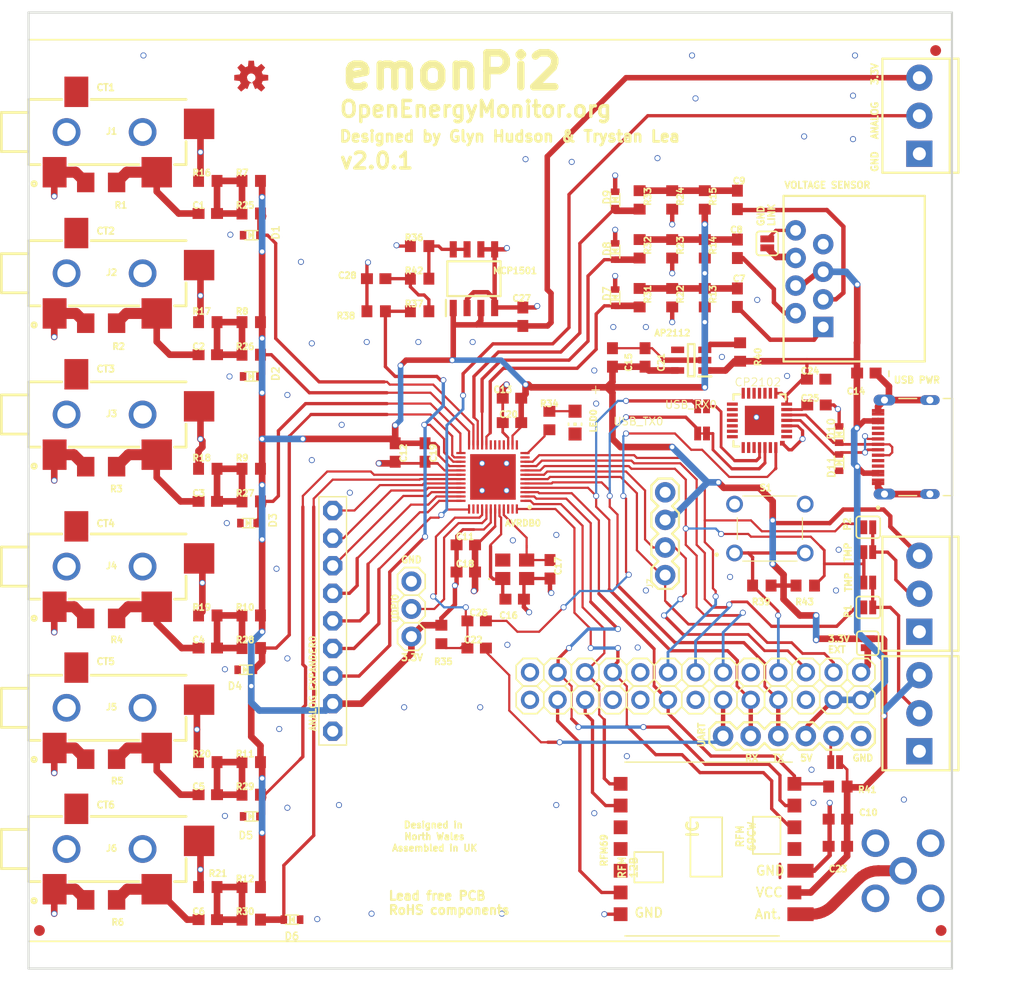
<source format=kicad_pcb>
(kicad_pcb (version 20221018) (generator pcbnew)
  (layers (0 "F.Cu" signal) (31 "B.Cu" signal) (34 "B.Paste" user) (35 "F.Paste" user) (36 "B.SilkS" user "B.Silkscreen") (37 "F.SilkS" user "F.Silkscreen") (38 "B.Mask" user) (39 "F.Mask" user) (44 "Edge.Cuts" user))
  (net 0 "")
  (net 1 "GND")
  (net 2 "+5V")
  (net 3 "VS1")
  (net 4 "VS2")
  (net 5 "VS3")
  (net 6 "N$24")
  (net 7 "3.3V")
  (net 8 "VSENS1")
  (net 9 "N$2")
  (net 10 "VSENS2")
  (net 11 "N$4")
  (net 12 "VSENS3")
  (net 13 "N$12")
  (net 14 "N$1")
  (net 15 "CT1")
  (net 16 "N$18")
  (net 17 "N$13")
  (net 18 "CT2")
  (net 19 "N$16")
  (net 20 "SDA")
  (net 21 "SCL")
  (net 22 "RESET")
  (net 23 "AVR_TX")
  (net 24 "LED")
  (net 25 "RFM_SEL")
  (net 26 "AVR_RX")
  (net 27 "UDPI")
  (net 28 "XTAL2")
  (net 29 "XTAL1")
  (net 30 "VREFA")
  (net 31 "DS18B20")
  (net 32 "RFM_MISO")
  (net 33 "RFM_MOSI")
  (net 34 "RFM_SCK")
  (net 35 "CT3")
  (net 36 "CT4")
  (net 37 "CT5")
  (net 38 "CT6")
  (net 39 "ANALOG_INPUT")
  (net 40 "PULSE1")
  (net 41 "PULSE2")
  (net 42 "N$3")
  (net 43 "N$21")
  (net 44 "N$5")
  (net 45 "N$17")
  (net 46 "N$14")
  (net 47 "N$15")
  (net 48 "N$19")
  (net 49 "N$20")
  (net 50 "N$22")
  (net 51 "N$23")
  (net 52 "_RESET")
  (net 53 "DIG1")
  (net 54 "N$25")
  (net 55 "N$27")
  (net 56 "N$26")
  (net 57 "LCD_BUTTON")
  (net 58 "N$41")
  (net 59 "N$28")
  (net 60 "RFM_IRQ")
  (net 61 "N$29")
  (net 62 "CT7")
  (net 63 "CT8")
  (net 64 "CT9")
  (net 65 "CT10")
  (net 66 "CT11")
  (net 67 "D+")
  (net 68 "D-")
  (net 69 "DTR")
  (net 70 "N$31")
  (net 71 "USB_TXD")
  (net 72 "USB_RXD")
  (net 73 "RFM_RESET")
  (net 74 "N$30")
  (net 75 "N$32")
  (net 76 "N$33")
  (footprint "emonPi_v2.0.1:R0603" (layer "F.Cu") (at 162.2511 87.2536 90)
    (fp_text reference "R31")
    (fp_text value "1k" hide)
  )
  (footprint "emonPi_v2.0.1:R0603" (layer "F.Cu") (at 126.5011 116.5036)
    (fp_text reference "R10")
    (fp_text value "180k" hide)
  )
  (footprint "emonPi_v2.0.1:R0603" (layer "F.Cu") (at 165.2511 82.7536 90)
    (fp_text reference "R23")
    (fp_text value "33k" hide)
  )
  (footprint "emonPi_v2.0.1:C0603" (layer "F.Cu") (at 183.1231 94.1896 180)
    (fp_text reference "C14")
    (fp_text value "1uF 6V" hide)
  )
  (footprint "emonPi_v2.0.1:R0603" (layer "F.Cu") (at 168.2511 82.7536 -90)
    (fp_text reference "R14")
    (fp_text value "180k" hide)
  )
  (footprint "emonPi_v2.0.1:C0603" (layer "F.Cu") (at 122.5011 79.5036)
    (fp_text reference "C1")
    (fp_text value "10uF 6V" hide)
  )
  (footprint "emonPi_v2.0.1:C0603" (layer "F.Cu") (at 122.5011 119.5036)
    (fp_text reference "C4")
    (fp_text value "10uF 6V" hide)
  )
  (footprint "emonPi_v2.0.1:C0603" (layer "F.Cu") (at 162.7511 92.7536 -90)
    (fp_text reference "C21")
    (fp_text value "100nF" hide)
  )
  (footprint "emonPi_v2.0.1:R0603" (layer "F.Cu") (at 126.5011 89.5036)
    (fp_text reference "R8")
    (fp_text value "180k" hide)
  )
  (footprint "emonPi_v2.0.1:SMT-JUMPER_2_NC_PASTE_NO-SILK" (layer "F.Cu") (at 183.2971 110.6736)
    (fp_text reference "SL1" hide)
    (fp_text value "JUMPER-SMT_2_NC_PASTE_NO-SILK" hide)
  )
  (footprint "emonPi_v2.0.1:R0603" (layer "F.Cu") (at 173.5011 113.7536 180)
    (fp_text reference "R39")
    (fp_text value "10k" hide)
  )
  (footprint "emonPi_v2.0.1:R0603" (layer "F.Cu") (at 144.0011 118.2536 90)
    (fp_text reference "R35")
    (fp_text value "10k" hide)
  )
  (footprint "emonPi_v2.0.1:C0603" (layer "F.Cu") (at 150.7511 115.0036 180)
    (fp_text reference "C16")
    (fp_text value "22pF" hide)
  )
  (footprint "emonPi_v2.0.1:CHIP-LED0805" (layer "F.Cu") (at 156.3071 98.7516 180)
    (fp_text reference "LED0")
    (fp_text value "Red 1.85V" hide)
  )
  (footprint "emonPi_v2.0.1:SOD-523" (layer "F.Cu") (at 180.6181 99.8546 180)
    (fp_text reference "D10")
    (fp_text value "ESD" hide)
  )
  (footprint "emonPi_v2.0.1:1X13-BIG" (layer "F.Cu") (at 167.4011 121.7336 180)
    (fp_text reference "JP6" hide)
    (fp_text value "")
  )
  (footprint "emonPi_v2.0.1:SOIC127P600X175-8N" (layer "F.Cu") (at 147.0011 85.5036 90)
    (fp_text reference "MCP1501")
    (fp_text value "MCP1501-10E_SN" hide)
  )
  (footprint "emonPi_v2.0.1:SOD-523" (layer "F.Cu") (at 180.6101 102.4346)
    (fp_text reference "D11")
    (fp_text value "ESD" hide)
  )
  (footprint "emonPi_v2.0.1:C0603" (layer "F.Cu") (at 146.2511 110.0036)
    (fp_text reference "C11")
    (fp_text value "1uF 6V" hide)
  )
  (footprint "emonPi_v2.0.1:1X09-BIG" (layer "F.Cu") (at 134.0011 117.0036 90)
    (fp_text reference "ANALOG_EXPANDER0")
    (fp_text value "")
  )
  (footprint "emonPi_v2.0.1:R0603" (layer "F.Cu") (at 126.5011 130.0036)
    (fp_text reference "R11")
    (fp_text value "180k" hide)
  )
  (footprint "emonPi_v2.0.1:FIDUCIAL-1X2" (layer "F.Cu") (at 189.5011 64.5036)
    (fp_text reference "FD3" hide)
    (fp_text value "FIDUCIAL1X2" hide)
  )
  (footprint "emonPi_v2.0.1:1X13-BIG" (layer "F.Cu") (at 167.4011 124.2736 180)
    (fp_text reference "JP5" hide)
    (fp_text value "")
  )
  (footprint "emonPi_v2.0.1:C0603" (layer "F.Cu") (at 122.5011 92.5036)
    (fp_text reference "C2")
    (fp_text value "10uF 6V" hide)
  )
  (footprint "emonPi_v2.0.1:C0603" (layer "F.Cu") (at 122.5011 144.5036)
    (fp_text reference "C6")
    (fp_text value "10uF 6V" hide)
  )
  (footprint "emonPi_v2.0.1:R0603" (layer "F.Cu") (at 168.2511 87.2536 -90)
    (fp_text reference "R13")
    (fp_text value "180k" hide)
  )
  (footprint "emonPi_v2.0.1:R1206" (layer "F.Cu") (at 112.6851 142.6856)
    (fp_text reference "R6")
    (fp_text value "1M" hide)
  )
  (footprint "emonPi_v2.0.1:SOD-523" (layer "F.Cu") (at 130.2511 144.5036 90)
    (fp_text reference "D6")
    (fp_text value "ESD" hide)
  )
  (footprint "emonPi_v2.0.1:C0603" (layer "F.Cu") (at 151.5011 89.0036 90)
    (fp_text reference "C27")
    (fp_text value "2.2uF" hide)
  )
  (footprint "emonPi_v2.0.1:C0603" (layer "F.Cu") (at 159.7511 92.7536 -90)
    (fp_text reference "C15")
    (fp_text value "1uF 6V" hide)
  )
  (footprint "emonPi_v2.0.1:R1206" (layer "F.Cu") (at 112.6851 102.8076)
    (fp_text reference "R3")
    (fp_text value "1M" hide)
  )
  (footprint "emonPi_v2.0.1:C0603" (layer "F.Cu") (at 178.5311 97.1286 180)
    (fp_text reference "C25")
    (fp_text value "100nF" hide)
  )
  (footprint "emonPi_v2.0.1:R1206" (layer "F.Cu") (at 112.6851 116.7776)
    (fp_text reference "R4")
    (fp_text value "1M" hide)
  )
  (footprint "emonPi_v2.0.1:C0603" (layer "F.Cu") (at 147.2511 119.5036 180)
    (fp_text reference "C22")
    (fp_text value "100nF" hide)
  )
  (footprint "emonPi_v2.0.1:C0603" (layer "F.Cu") (at 178.5011 94.7536 180)
    (fp_text reference "C24")
    (fp_text value "100nF" hide)
  )
  (footprint "emonPi_v2.0.1:SOD-523" (layer "F.Cu") (at 160.0011 78.2536 180)
    (fp_text reference "D9")
    (fp_text value "ESD" hide)
  )
  (footprint "emonPi_v2.0.1:R1206" (layer "F.Cu") (at 112.6851 129.7316)
    (fp_text reference "R5")
    (fp_text value "1M" hide)
  )
  (footprint "emonPi_v2.0.1:R0603" (layer "F.Cu") (at 168.2511 78.2536 -90)
    (fp_text reference "R15")
    (fp_text value "180k" hide)
  )
  (footprint "emonPi_v2.0.1:SOD-523" (layer "F.Cu") (at 126.5011 94.5036 -90)
    (fp_text reference "D2")
    (fp_text value "ESD" hide)
  )
  (footprint "" (layer "F.Cu") (at 132.0011 141.2536)
    (fp_text reference "@HOLE2" hide)
    (fp_text value "")
  )
  (footprint "emonPi_v2.0.1:SOD-523" (layer "F.Cu") (at 126.2511 108.0036 -90)
    (fp_text reference "D3")
    (fp_text value "ESD" hide)
  )
  (footprint "emonPi_v2.0.1:R0603" (layer "F.Cu") (at 122.5011 103.0036 180)
    (fp_text reference "R18")
    (fp_text value "33k" hide)
  )
  (footprint "emonPi_v2.0.1:SJ_2S" (layer "F.Cu") (at 183.2491 119.0596 -90)
    (fp_text reference "UNK3V3_LINK0" hide)
    (fp_text value "SOLDERJUMPERNC" hide)
  )
  (footprint "emonPi_v2.0.1:R0603" (layer "F.Cu") (at 122.5011 116.5036 180)
    (fp_text reference "R19")
    (fp_text value "33k" hide)
  )
  (footprint "emonPi_v2.0.1:1X03" (layer "F.Cu") (at 141.2431 115.9066 -90)
    (fp_text reference "UDPI0")
    (fp_text value "")
  )
  (footprint "emonPi_v2.0.1:C0603" (layer "F.Cu") (at 171.2511 78.2536 90)
    (fp_text reference "C9")
    (fp_text value "10uF 6V" hide)
  )
  (footprint "emonPi_v2.0.1:R0603" (layer "F.Cu") (at 153.9451 98.5616 -90)
    (fp_text reference "R34")
    (fp_text value "1k" hide)
  )
  (footprint "emonPi_v2.0.1:R0603" (layer "F.Cu") (at 126.5011 141.5036)
    (fp_text reference "R12")
    (fp_text value "180k" hide)
  )
  (footprint "" (layer "F.Cu") (at 129.5011 123.0036)
    (fp_text reference "@HOLE0" hide)
    (fp_text value "")
  )
  (footprint "emonPi_v2.0.1:C0603" (layer "F.Cu") (at 150.5011 96.5036 180)
    (fp_text reference "C13")
    (fp_text value "1uF 6V" hide)
  )
  (footprint "emonPi_v2.0.1:R0603" (layer "F.Cu") (at 126.5011 92.5036)
    (fp_text reference "R26")
    (fp_text value "1k" hide)
  )
  (footprint "emonPi_v2.0.1:C0603" (layer "F.Cu") (at 146.2511 112.5036)
    (fp_text reference "C18")
    (fp_text value "100nF" hide)
  )
  (footprint "emonPi_v2.0.1:R0603" (layer "F.Cu") (at 142.0011 82.5036)
    (fp_text reference "R36")
    (fp_text value "10k" hide)
  )
  (footprint "emonPi_v2.0.1:MLP28" (layer "F.Cu") (at 173.2881 98.5496 180)
    (fp_text reference "CP2102")
    (fp_text value "CP210X_USB_UART" hide)
  )
  (footprint "emonPi_v2.0.1:SOD-523" (layer "F.Cu") (at 160.0011 83.0036 180)
    (fp_text reference "D8")
    (fp_text value "ESD" hide)
  )
  (footprint "emonPi_v2.0.1:R1206" (layer "F.Cu") (at 112.6851 89.5996)
    (fp_text reference "R2")
    (fp_text value "1M" hide)
  )
  (footprint "emonPi_v2.0.1:R0603" (layer "F.Cu") (at 122.5011 76.5036 180)
    (fp_text reference "R16")
    (fp_text value "33k" hide)
  )
  (footprint "emonPi_v2.0.1:SJ-3524-SMT-TR" (layer "F.Cu") (at 106.0011 109.0036)
    (fp_text reference "J4")
    (fp_text value "SJ-3524-SMT-TR" hide)
  )
  (footprint "emonPi_v2.0.1:SMT-JUMPER_2_NC_PASTE_NO-SILK" (layer "F.Cu") (at 168.0011 97.2536 180)
    (fp_text reference "USB_RX0")
    (fp_text value "JUMPER-SMT_2_NC_PASTE_NO-SILK" hide)
  )
  (footprint "emonPi_v2.0.1:FIDUCIAL-1X2" (layer "F.Cu") (at 190.0011 145.5036)
    (fp_text reference "FD2" hide)
    (fp_text value "FIDUCIAL1X2" hide)
  )
  (footprint "emonPi_v2.0.1:SOT95P282X130-5N" (layer "F.Cu") (at 167.0011 93.0036 180)
    (fp_text reference "AP2112")
    (fp_text value "AP2112K-3.3TRG1" hide)
  )
  (footprint "emonPi_v2.0.1:C0603" (layer "F.Cu") (at 171.2511 82.7536 90)
    (fp_text reference "C8")
    (fp_text value "10uF 6V" hide)
  )
  (footprint "emonPi_v2.0.1:R0603" (layer "F.Cu") (at 122.5011 89.5036 180)
    (fp_text reference "R17")
    (fp_text value "33k" hide)
  )
  (footprint "emonPi_v2.0.1:C0603" (layer "F.Cu") (at 147.2511 117.0036 180)
    (fp_text reference "C26")
    (fp_text value "100nF" hide)
  )
  (footprint "emonPi_v2.0.1:C0603" (layer "F.Cu") (at 138.0011 85.5036 180)
    (fp_text reference "C28")
    (fp_text value "2.2uF" hide)
  )
  (footprint "emonPi_v2.0.1:1X04" (layer "F.Cu") (at 164.6027 112.7898 90)
    (fp_text reference "J7")
    (fp_text value "")
  )
  (footprint "emonPi_v2.0.1:R0603" (layer "F.Cu") (at 165.2511 87.2536 -90)
    (fp_text reference "R22")
    (fp_text value "33k" hide)
  )
  (footprint "emonPi_v2.0.1:R0603" (layer "F.Cu") (at 122.5011 130.0036 180)
    (fp_text reference "R20")
    (fp_text value "33k" hide)
  )
  (footprint "emonPi_v2.0.1:R0603" (layer "F.Cu") (at 126.5011 79.5036)
    (fp_text reference "R25")
    (fp_text value "1k" hide)
  )
  (footprint "emonPi_v2.0.1:SJ-3524-SMT-TR" (layer "F.Cu") (at 106.0011 82.0036)
    (fp_text reference "J2")
    (fp_text value "SJ-3524-SMT-TR" hide)
  )
  (footprint "emonPi_v2.0.1:R1206" (layer "F.Cu") (at 112.6851 76.6456)
    (fp_text reference "R1")
    (fp_text value "1M" hide)
  )
  (footprint "emonPi_v2.0.1:R0603" (layer "F.Cu") (at 142.0011 85.5036)
    (fp_text reference "R42")
    (fp_text value "10R" hide)
  )
  (footprint "emonPi_v2.0.1:R0603" (layer "F.Cu") (at 126.5011 103.0036)
    (fp_text reference "R9")
    (fp_text value "180k" hide)
  )
  (footprint "emonPi_v2.0.1:SJ_2S" (layer "F.Cu") (at 183.2971 115.7616)
    (fp_text reference "SL4" hide)
    (fp_text value "SOLDERJUMPERNC" hide)
  )
  (footprint "emonPi_v2.0.1:R0603" (layer "F.Cu") (at 126.5011 106.0036 180)
    (fp_text reference "R27")
    (fp_text value "1k" hide)
  )
  (footprint "emonPi_v2.0.1:RJ45-8" (layer "F.Cu") (at 185.5011 85.5036 90)
    (fp_text reference "RJ45" hide)
    (fp_text value "RJ45-8PTH" hide)
  )
  (footprint "emonPi_v2.0.1:SJ-3524-SMT-TR" (layer "F.Cu") (at 106.0011 135.0036)
    (fp_text reference "J6")
    (fp_text value "SJ-3524-SMT-TR" hide)
  )
  (footprint "emonPi_v2.0.1:SJ-3524-SMT-TR" (layer "F.Cu") (at 106.0011 95.0036)
    (fp_text reference "J3")
    (fp_text value "SJ-3524-SMT-TR" hide)
  )
  (footprint "emonPi_v2.0.1:C0603" (layer "F.Cu") (at 180.5011 137.7536 180)
    (fp_text reference "C23")
    (fp_text value "100nF" hide)
  )
  (footprint "emonPi_v2.0.1:R0603" (layer "F.Cu") (at 126.5011 76.5036)
    (fp_text reference "R7")
    (fp_text value "180k" hide)
  )
  (footprint "emonPi_v2.0.1:R0603" (layer "F.Cu") (at 171.5011 92.2536 90)
    (fp_text reference "R40")
    (fp_text value "10k" hide)
  )
  (footprint "emonPi_v2.0.1:218259107" (layer "F.Cu") (at 173.7511 108.5036 180)
    (fp_text reference "S1")
    (fp_text value "2-1825910-7" hide)
  )
  (footprint "emonPi_v2.0.1:QFN40P600X600X90-49N" (layer "F.Cu") (at 148.7511 103.7536 180)
    (fp_text reference "AVRDB0")
    (fp_text value "AVR128DB48T-E_6LX" hide)
  )
  (footprint "" (layer "F.Cu") (at 132.0011 67.0036)
    (fp_text reference "@HOLE3" hide)
    (fp_text value "")
  )
  (footprint "emonPi_v2.0.1:SJ_2S" (layer "F.Cu") (at 174.0011 82.2536 -90)
    (fp_text reference "GND_LINK0" hide)
    (fp_text value "SOLDERJUMPERNC" hide)
  )
  (footprint "emonPi_v2.0.1:SMA90_DIP" (layer "F.Cu") (at 186.5011 140.0036 -90)
    (fp_text reference "SMA0" hide)
    (fp_text value "")
  )
  (footprint "emonPi_v2.0.1:R0603" (layer "F.Cu") (at 122.5011 141.5036 180)
    (fp_text reference "R21")
    (fp_text value "33k" hide)
  )
  (footprint "emonPi_v2.0.1:FTDI_BASIC" (layer "F.Cu") (at 169.9331 127.6028)
    (fp_text reference "JP1" hide)
    (fp_text value "6x1" hide)
  )
  (footprint "emonPi_v2.0.1:R0603" (layer "F.Cu") (at 177.5011 113.7536)
    (fp_text reference "R43")
    (fp_text value "4K7" hide)
  )
  (footprint "emonPi_v2.0.1:SJ-3524-SMT-TR" (layer "F.Cu") (at 106.0011 122.0036)
    (fp_text reference "J5")
    (fp_text value "SJ-3524-SMT-TR" hide)
  )
  (footprint "emonPi_v2.0.1:SCREWTERMINAL-3.5MM-3" (layer "F.Cu") (at 188.0011 129.0036 90)
    (fp_text reference "CN2" hide)
    (fp_text value "")
  )
  (footprint "emonPi_v2.0.1:C0603" (layer "F.Cu") (at 180.5011 135.2536 180)
    (fp_text reference "C10")
    (fp_text value "10uF 6V" hide)
  )
  (footprint "emonPi_v2.0.1:SCREWTERMINAL-3.5MM-3" (layer "F.Cu") (at 188.0011 118.0036 90)
    (fp_text reference "CN1" hide)
    (fp_text value "")
  )
  (footprint "emonPi_v2.0.1:SMT-JUMPER_2_NC_PASTE_NO-SILK" (layer "F.Cu") (at 183.2971 113.4756)
    (fp_text reference "SL3" hide)
    (fp_text value "JUMPER-SMT_2_NC_PASTE_NO-SILK" hide)
  )
  (footprint "emonPi_v2.0.1:SOD-523" (layer "F.Cu") (at 126.5011 81.5036 -90)
    (fp_text reference "D1")
    (fp_text value "ESD" hide)
  )
  (footprint "emonPi_v2.0.1:R0603" (layer "F.Cu") (at 162.2511 78.2536 90)
    (fp_text reference "R33")
    (fp_text value "1k" hide)
  )
  (footprint "emonPi_v2.0.1:C0603" (layer "F.Cu") (at 122.5011 133.0036)
    (fp_text reference "C5")
    (fp_text value "10uF 6V" hide)
  )
  (footprint "emonPi_v2.0.1:SJ_2S" (layer "F.Cu") (at 183.2971 108.3876)
    (fp_text reference "SL2" hide)
    (fp_text value "SOLDERJUMPERNC" hide)
  )
  (footprint "emonPi_v2.0.1:C0603" (layer "F.Cu") (at 150.5011 98.7536 180)
    (fp_text reference "C20")
    (fp_text value "100nF" hide)
  )
  (footprint "emonPi_v2.0.1:C0603" (layer "F.Cu") (at 139.7511 101.5036 -90)
    (fp_text reference "C12")
    (fp_text value "1uF 6V" hide)
  )
  (footprint "emonPi_v2.0.1:C0603" (layer "F.Cu") (at 142.5011 101.5036 -90)
    (fp_text reference "C19")
    (fp_text value "100nF" hide)
  )
  (footprint "emonPi_v2.0.1:SOD-523" (layer "F.Cu") (at 126.5011 135.0036 -90)
    (fp_text reference "D5")
    (fp_text value "ESD" hide)
  )
  (footprint "emonPi_v2.0.1:R0603" (layer "F.Cu") (at 138.0011 88.5036)
    (fp_text reference "R38")
    (fp_text value "10k" hide)
  )
  (footprint "emonPi_v2.0.1:C0603" (layer "F.Cu") (at 154.0011 112.2536 -90)
    (fp_text reference "C17")
    (fp_text value "22pF" hide)
  )
  (footprint "emonPi_v2.0.1:C0603" (layer "F.Cu") (at 122.5011 106.0036)
    (fp_text reference "C3")
    (fp_text value "10uF 6V" hide)
  )
  (footprint "emonPi_v2.0.1:C0603" (layer "F.Cu") (at 171.2511 87.2536 90)
    (fp_text reference "C7")
    (fp_text value "10uF 6V" hide)
  )
  (footprint "emonPi_v2.0.1:R0603" (layer "F.Cu") (at 126.5011 119.5036 180)
    (fp_text reference "R28")
    (fp_text value "1k" hide)
  )
  (footprint "emonPi_v2.0.1:SOD-523" (layer "F.Cu") (at 126.0011 121.5036 -90)
    (fp_text reference "D4")
    (fp_text value "ESD" hide)
  )
  (footprint "emonPi_v2.0.1:R0603" (layer "F.Cu") (at 126.5011 133.0036 180)
    (fp_text reference "R29")
    (fp_text value "1k" hide)
  )
  (footprint "emonPi_v2.0.1:SOD-523" (layer "F.Cu") (at 160.0011 87.2536 180)
    (fp_text reference "D7")
    (fp_text value "ESD" hide)
  )
  (footprint "emonPi_v2.0.1:R0603" (layer "F.Cu") (at 180.5011 132.2536)
    (fp_text reference "R41")
    (fp_text value "120k" hide)
  )
  (footprint "emonPi_v2.0.1:RFM12B_69CW" (layer "F.Cu") (at 168.0011 138.0036)
    (fp_text reference "RFM69")
    (fp_text value "RFM12B/69CW" hide)
  )
  (footprint "emonPi_v2.0.1:R0603" (layer "F.Cu") (at 162.2511 82.7536 90)
    (fp_text reference "R32")
    (fp_text value "1k" hide)
  )
  (footprint "emonPi_v2.0.1:SMT-JUMPER_2_NC_PASTE_NO-SILK" (layer "F.Cu") (at 180.2511 130.0036 180)
    (fp_text reference "UART_3.3" hide)
    (fp_text value "JUMPER-SMT_2_NC_PASTE_NO-SILK" hide)
  )
  (footprint "emonPi_v2.0.1:SMT-JUMPER_2_NC_PASTE_NO-SILK" (layer "F.Cu") (at 168.0011 99.7536 180)
    (fp_text reference "USB_TX0")
    (fp_text value "JUMPER-SMT_2_NC_PASTE_NO-SILK" hide)
  )
  (footprint "emonPi_v2.0.1:VALCON_CSP-USC16-TR" (layer "F.Cu") (at 184.2011 101.0036 90)
    (fp_text reference "USB0" hide)
    (fp_text value "CSP-USC16-TR")
  )
  (footprint "emonPi_v2.0.1:OSHW-LOGO-S_COPPER" (layer "F.Cu") (at 126.5011 67.0036)
    (fp_text reference "LOGO1" hide)
    (fp_text value "OSHW-LOGOS-COPPER" hide)
  )
  (footprint "emonPi_v2.0.1:MCSJK7U1200121080B10" (layer "F.Cu") (at 150.7511 112.2536)
    (fp_text reference "XTAL0" hide)
    (fp_text value "MCSJK-7U-12.00-12-10-80-B-10" hide)
  )
  (footprint "emonPi_v2.0.1:SCREWTERMINAL-3.5MM-3" (layer "F.Cu") (at 188.0011 74.0036 90)
    (fp_text reference "CN3" hide)
    (fp_text value "")
  )
  (footprint "emonPi_v2.0.1:SJ-3524-SMT-TR" (layer "F.Cu") (at 106.0011 69.0036)
    (fp_text reference "J1")
    (fp_text value "SJ-3524-SMT-TR" hide)
  )
  (footprint "emonPi_v2.0.1:R0603" (layer "F.Cu") (at 165.2511 78.2536 90)
    (fp_text reference "R24")
    (fp_text value "33k" hide)
  )
  (footprint "emonPi_v2.0.1:FIDUCIAL-1X2" (layer "F.Cu") (at 107.0011 145.5036)
    (fp_text reference "FD1" hide)
    (fp_text value "FIDUCIAL1X2" hide)
  )
  (footprint "" (layer "F.Cu") (at 129.5011 74.0036)
    (fp_text reference "@HOLE1" hide)
    (fp_text value "")
  )
  (footprint "emonPi_v2.0.1:R0603" (layer "F.Cu") (at 126.5011 144.5036 180)
    (fp_text reference "R30")
    (fp_text value "1k" hide)
  )
  (footprint "emonPi_v2.0.1:R0603" (layer "F.Cu") (at 142.0011 88.5036)
    (fp_text reference "R37")
    (fp_text value "10k" hide)
  )
  (gr_line (start 106.0011 63.5036) (end 191.0011 63.5036) (stroke (width 0.15)) (layer "F.SilkS"))
  (gr_line (start 185.2011 94.0036) (end 185.2011 94.5036) (stroke (width 0.15)) (layer "F.SilkS"))
  (gr_line (start 106.0011 146.5036) (end 191.0011 146.5036) (stroke (width 0.15)) (layer "F.SilkS"))
  (gr_line (start 191.0011 149.0036) (end 191.0011 61.0036) (stroke (width 0.2)) (layer "Edge.Cuts"))
  (gr_line (start 106.0011 149.0036) (end 191.0011 149.0036) (stroke (width 0.2)) (layer "Edge.Cuts"))
  (gr_line (start 191.0011 61.0036) (end 106.0011 61.0036) (stroke (width 0.2)) (layer "Edge.Cuts"))
  (gr_line (start 106.0011 149.0036) (end 106.0011 61.0036) (stroke (width 0.2)) (layer "Edge.Cuts"))
  (gr_text "Assembled in UK" (at 139.381818 138.269457) (layer "F.SilkS") (effects (font (size 0.6096 0.6096) (thickness 0.1524)) (justify left bottom)))
  (gr_text "3.3V" (at 140.21984 120.733479) (layer "F.SilkS") (effects (font (size 0.6096 0.6096) (thickness 0.1524)) (justify left bottom)))
  (gr_text "ANALOG" (at 184.2511 72.7536 90) (layer "F.SilkS") (effects (font (size 0.6096 0.6096) (thickness 0.1524)) (justify left bottom)))
  (gr_text "Lead free PCB\nRoHS components\n" (at 139.047037 144.093941) (layer "F.SilkS") (effects (font (size 0.8128 0.8128) (thickness 0.2032)) (justify left bottom)))
  (gr_text "UART" (at 168.3111 128.7156 90) (layer "F.SilkS") (effects (font (size 0.6096 0.6096) (thickness 0.1524)) (justify left bottom)))
  (gr_text "VOLTAGE SENSOR" (at 175.5011 77.2536) (layer "F.SilkS") (effects (font (size 0.6096 0.6096) (thickness 0.1524)) (justify left bottom)))
  (gr_text "Designed in " (at 140.46514 136.140279) (layer "F.SilkS") (effects (font (size 0.6096 0.6096) (thickness 0.1524)) (justify left bottom)))
  (gr_text "North Wales " (at 140.50704 137.210279) (layer "F.SilkS") (effects (font (size 0.6096 0.6096) (thickness 0.1524)) (justify left bottom)))
  (gr_text "GND" (at 184.2511 75.7536 90) (layer "F.SilkS") (effects (font (size 0.6096 0.6096) (thickness 0.1524)) (justify left bottom)))
  (gr_text "Designed by Glyn Hudson & Trystan Lea" (at 134.5011 73.0036) (layer "F.SilkS") (effects (font (size 1.016 1.016) (thickness 0.254)) (justify left bottom)))
  (gr_text "CT2" (at 112.1771 81.4716) (layer "F.SilkS") (effects (font (size 0.6096 0.6096) (thickness 0.1524)) (justify left bottom)))
  (gr_text "GND" (at 181.7731 129.9856) (layer "F.SilkS") (effects (font (size 0.6096 0.6096) (thickness 0.1524)) (justify left bottom)))
  (gr_text "3.3V\nEXT" (at 179.5011 120.0036) (layer "F.SilkS") (effects (font (size 0.6096 0.6096) (thickness 0.1524)) (justify left bottom)))
  (gr_text "emonPi2" (at 134.5011 68.2536) (layer "F.SilkS") (effects (font (size 3.1242 3.1242) (thickness 0.6858)) (justify left bottom)))
  (gr_text "CT5" (at 112.1771 121.0956) (layer "F.SilkS") (effects (font (size 0.6096 0.6096) (thickness 0.1524)) (justify left bottom)))
  (gr_text "v2.0.1" (at 134.5011 75.5036) (layer "F.SilkS") (effects (font (size 1.45796 1.45796) (thickness 0.32004)) (justify left bottom)))
  (gr_text "P2" (at 181.730978 108.78486 90) (layer "F.SilkS") (effects (font (size 0.6096 0.6096) (thickness 0.1524)) (justify left bottom)))
  (gr_text "GND" (at 140.21984 111.733479) (layer "F.SilkS") (effects (font (size 0.6096 0.6096) (thickness 0.1524)) (justify left bottom)))
  (gr_text "CT3" (at 112.1771 94.1716) (layer "F.SilkS") (effects (font (size 0.6096 0.6096) (thickness 0.1524)) (justify left bottom)))
  (gr_text "USB PWR" (at 185.5711 95.1876) (layer "F.SilkS") (effects (font (size 0.6096 0.6096) (thickness 0.1524)) (justify left bottom)))
  (gr_text "TX" (at 174.4071 129.9856) (layer "F.SilkS") (effects (font (size 0.6096 0.6096) (thickness 0.1524)) (justify left bottom)))
  (gr_text "OpenEnergyMonitor.org" (at 134.5011 70.7536) (layer "F.SilkS") (effects (font (size 1.45796 1.45796) (thickness 0.32004)) (justify left bottom)))
  (gr_text "GND\nLINK" (at 174.7511 80.7536 90) (layer "F.SilkS") (effects (font (size 0.6096 0.6096) (thickness 0.1524)) (justify left bottom)))
  (gr_text "TMP" (at 181.781778 111.67246 90) (layer "F.SilkS") (effects (font (size 0.6096 0.6096) (thickness 0.1524)) (justify left bottom)))
  (gr_text "CT6" (at 112.1771 134.3036) (layer "F.SilkS") (effects (font (size 0.6096 0.6096) (thickness 0.1524)) (justify left bottom)))
  (gr_text "5V" (at 176.9471 129.9856) (layer "F.SilkS") (effects (font (size 0.6096 0.6096) (thickness 0.1524)) (justify left bottom)))
  (gr_text "3.3V" (at 184.2511 67.7536 90) (layer "F.SilkS") (effects (font (size 0.6096 0.6096) (thickness 0.1524)) (justify left bottom)))
  (gr_text "CT1" (at 112.1771 68.2636) (layer "F.SilkS") (effects (font (size 0.6096 0.6096) (thickness 0.1524)) (justify left bottom)))
  (gr_text "CT4" (at 112.1771 108.3956) (layer "F.SilkS") (effects (font (size 0.6096 0.6096) (thickness 0.1524)) (justify left bottom)))
  (gr_text "P1" (at 181.781778 116.81126 90) (layer "F.SilkS") (effects (font (size 0.6096 0.6096) (thickness 0.1524)) (justify left bottom)))
  (gr_text "RX" (at 171.8671 129.9856) (layer "F.SilkS") (effects (font (size 0.6096 0.6096) (thickness 0.1524)) (justify left bottom)))
  (gr_text "TMP" (at 181.832578 114.42366 90) (layer "F.SilkS") (effects (font (size 0.6096 0.6096) (thickness 0.1524)) (justify left bottom)))
  (segment (start 108.4011 128.7036) (end 110.2351 128.7036) (width 1.016) (layer "F.Cu") (net 1))
  (segment (start 121.7011 97.7616) (end 121.1931 98.2696) (width 0.6096) (layer "F.Cu") (net 1))
  (segment (start 139.9011 102.5036) (end 139.7511 102.3536) (width 0.254) (layer "F.Cu") (net 1))
  (segment (start 147.6361 82.8036) (end 148.9061 82.8036) (width 0.4064) (layer "F.Cu") (net 1))
  (segment (start 146.9831 86.7496) (end 148.2531 86.7496) (width 0.4064) (layer "F.Cu") (net 1))
  (segment (start 179.3811 97.1286) (end 180.1261 97.1286) (width 0.3048) (layer "F.Cu") (net 1))
  (segment (start 121.7011 124.2536) (end 121.7011 124.7616) (width 0.6096) (layer "F.Cu") (net 1))
  (segment (start 162.7511 91.9036) (end 159.7511 91.9036) (width 0.2032) (layer "F.Cu") (net 1))
  (segment (start 173.0011 98.2626) (end 173.0011 98.2536) (width 0.3048) (layer "F.Cu") (net 1))
  (segment (start 121.5011 129.8536) (end 121.6511 130.0036) (width 0.6096) (layer "F.Cu") (net 1))
  (segment (start 177.2511 99.5036) (end 177.2511 100.2536) (width 0.3048) (layer "F.Cu") (net 1))
  (segment (start 121.8291 139.8916) (end 121.8291 141.3256) (width 0.6096) (layer "F.Cu") (net 1))
  (segment (start 160.0011 81.0036) (end 160.0011 82.2536) (width 0.4064) (layer "F.Cu") (net 1))
  (segment (start 149.6511 99.639788) (end 150.0685 100.057188) (width 0.254) (layer "F.Cu") (net 1))
  (segment (start 183.971796 94.194297) (end 185.2011 95.4236) (width 0.6096) (layer "F.Cu") (net 1))
  (segment (start 154.0011 113.1036) (end 154.0011 114.3136) (width 0.4064) (layer "F.Cu") (net 1))
  (segment (start 150.1511 100.8036) (end 150.1511 100.139788) (width 0.2032) (layer "F.Cu") (net 1))
  (segment (start 151.5011 88.1536) (end 152.6911 88.1536) (width 0.4064) (layer "F.Cu") (net 1))
  (segment (start 184.7911 96.6786) (end 188.9711 96.6786) (width 0.6096) (layer "F.Cu") (net 1))
  (segment (start 179.6511 137.7536) (end 179.7411 137.6636) (width 0.508) (layer "F.Cu") (net 1))
  (segment (start 177.0607 140.0036) (end 178.3271 140.0036) (width 0.4064) (layer "F.Cu") (net 1))
  (segment (start 110.2351 128.7036) (end 111.2631 129.7316) (width 1.016) (layer "F.Cu") (net 1))
  (segment (start 110.1591 101.7036) (end 111.2631 102.8076) (width 1.016) (layer "F.Cu") (net 1))
  (segment (start 148.9511 106.7036) (end 148.9511 108.3036) (width 0.2032) (layer "F.Cu") (net 1))
  (segment (start 146.3661 87.3666) (end 146.9831 86.7496) (width 0.4064) (layer "F.Cu") (net 1))
  (segment (start 121.8291 89.3256) (end 121.6511 89.5036) (width 0.6096) (layer "F.Cu") (net 1))
  (segment (start 147.6671 82.7726) (end 147.6361 82.8036) (width 0.3048) (layer "F.Cu") (net 1))
  (segment (start 121.7011 111.7616) (end 121.1931 112.2696) (width 0.6096) (layer "F.Cu") (net 1))
  (segment (start 122.0011 101.0036) (end 121.6511 101.3536) (width 0.6096) (layer "F.Cu") (net 1))
  (segment (start 147.1011 110.0036) (end 147.1011 112.5036) (width 0.6096) (layer "F.Cu") (net 1))
  (segment (start 139.6011 102.5036) (end 138.2511 102.5036) (width 0.6096) (layer "F.Cu") (net 1))
  (segment (start 110.2811 141.7036) (end 111.2631 142.6856) (width 1.016) (layer "F.Cu") (net 1))
  (segment (start 121.5011 124.4536) (end 121.5011 127.0036) (width 0.6096) (layer "F.Cu") (net 1))
  (segment (start 179.7511 133.7536) (end 179.7511 135.1536) (width 0.4064) (layer "F.Cu") (net 1))
  (segment (start 142.3511 102.5036) (end 139.9011 102.5036) (width 0.254) (layer "F.Cu") (net 1))
  (segment (start 143.6511 102.5036) (end 142.6511 102.5036) (width 0.254) (layer "F.Cu") (net 1))
  (segment (start 108.4011 115.7036) (end 110.1891 115.7036) (width 1.016) (layer "F.Cu") (net 1))
  (segment (start 108.4011 141.7036) (end 108.3671 141.7376) (width 0.6096) (layer "F.Cu") (net 1))
  (segment (start 121.8291 76.3256) (end 121.8291 73.8516) (width 0.6096) (layer "F.Cu") (net 1))
  (segment (start 149.6511 98.7536) (end 149.6511 99.639788) (width 0.254) (layer "F.Cu") (net 1))
  (segment (start 110.1891 115.7036) (end 111.2631 116.7776) (width 1.016) (layer "F.Cu") (net 1))
  (segment (start 149.9131 82.8036) (end 150.0311 82.6856) (width 0.4064) (layer "F.Cu") (net 1))
  (segment (start 165.2511 88.1036) (end 165.2511 89.5036) (width 0.4064) (layer "F.Cu") (net 1))
  (segment (start 121.7011 124.7616) (end 121.1931 125.2696) (width 0.6096) (layer "F.Cu") (net 1))
  (segment (start 121.8291 87.0596) (end 121.8291 89.3256) (width 0.6096) (layer "F.Cu") (net 1))
  (segment (start 146.3661 88.2036) (end 146.3661 87.3666) (width 0.4064) (layer "F.Cu") (net 1))
  (segment (start 122.0011 116.1536) (end 121.6511 116.5036) (width 0.6096) (layer "F.Cu") (net 1))
  (segment (start 147.7511 104.7536) (end 147.7511 105.0036) (width 0.3048) (layer "F.Cu") (net 1))
  (segment (start 179.6811 137.7836) (end 179.7411 137.7836) (width 0.508) (layer "F.Cu") (net 1))
  (segment (start 176.7971 99.0496) (end 177.2511 99.5036) (width 0.254) (layer "F.Cu") (net 1))
  (segment (start 121.8291 100.2676) (end 121.8291 97.3816) (width 0.6096) (layer "F.Cu") (net 1))
  (segment (start 121.7011 97.2536) (end 121.7011 97.7616) (width 0.6096) (layer "F.Cu") (net 1))
  (segment (start 108.4011 75.7036) (end 110.3211 75.7036) (width 1.016) (layer "F.Cu") (net 1))
  (segment (start 121.8291 137.3816) (end 121.7011 137.2536) (width 0.6096) (layer "F.Cu") (net 1))
  (segment (start 183.9731 94.1896) (end 183.971796 94.194297) (width 0.6096) (layer "F.Cu") (net 1))
  (segment (start 108.4011 88.7036) (end 108.3671 88.7376) (width 0.6096) (layer "F.Cu") (net 1))
  (segment (start 122.0011 111.5536) (end 121.7011 111.2536) (width 0.6096) (layer "F.Cu") (net 1))
  (segment (start 173.2881 98.5496) (end 173.0011 98.2626) (width 0.3048) (layer "F.Cu") (net 1))
  (segment (start 148.9061 82.8036) (end 148.9061 88.2036) (width 0.4064) (layer "F.Cu") (net 1))
  (segment (start 149.6511 95.6036) (end 150.0011 95.2536) (width 0.6096) (layer "F.Cu") (net 1))
  (segment (start 184.2011 104.7386) (end 184.7911 105.3286) (width 0.6096) (layer "F.Cu") (net 1))
  (segment (start 121.8291 139.8916) (end 121.8291 137.3816) (width 0.6096) (layer "F.Cu") (net 1))
  (segment (start 148.9061 82.8036) (end 149.9131 82.8036) (width 0.4064) (layer "F.Cu") (net 1))
  (segment (start 179.7411 137.7836) (end 179.7411 138.5896) (width 0.4064) (layer "F.Cu") (net 1))
  (segment (start 160.5011 144.0036) (end 159.0011 144.0036) (width 0.3048) (layer "F.Cu") (net 1))
  (segment (start 108.4011 115.7036) (end 108.3671 115.7376) (width 0.6096) (layer "F.Cu") (net 1))
  (segment (start 151.8511 113.1036) (end 151.6011 113.3536) (width 0.3048) (layer "F.Cu") (net 1))
  (segment (start 175.9921 101.2536) (end 176.2511 101.2536) (width 0.3048) (layer "F.Cu") (net 1))
  (segment (start 151.6011 115.0036) (end 151.6011 115.7316) (width 0.4064) (layer "F.Cu") (net 1))
  (segment (start 148.9511 108.3036) (end 147.2511 110.0036) (width 0.254) (layer "F.Cu") (net 1))
  (segment (start 121.7011 124.2536) (end 121.5011 124.4536) (width 0.6096) (layer "F.Cu") (net 1))
  (segment (start 165.2511 79.1036) (end 165.2511 80.5036) (width 0.4064) (layer "F.Cu") (net 1))
  (segment (start 141.1511 82.5036) (end 140.0011 82.5036) (width 0.3048) (layer "F.Cu") (net 1))
  (segment (start 121.6511 101.3536) (end 121.6511 103.0036) (width 0.6096) (layer "F.Cu") (net 1))
  (segment (start 108.3671 115.7376) (end 108.3671 118.0476) (width 0.6096) (layer "F.Cu") (net 1))
  (segment (start 180.6181 97.6206) (end 180.6181 99.1046) (width 0.3048) (layer "F.Cu") (net 1))
  (segment (start 151.6011 115.7316) (end 152.0791 116.2096) (width 0.4064) (layer "F.Cu") (net 1))
  (segment (start 147.1011 112.5036) (end 147.1011 114.1536) (width 0.6096) (layer "F.Cu") (net 1))
  (segment (start 179.7411 137.6636) (end 179.7411 135.3436) (width 0.4064) (layer "F.Cu") (net 1))
  (segment (start 149.7211 98.7536) (end 149.6511 98.7536) (width 0.254) (layer "F.Cu") (net 1))
  (segment (start 139.7511 102.3536) (end 139.6011 102.5036) (width 0.6096) (layer "F.Cu") (net 1))
  (segment (start 121.7011 111.2536) (end 121.7011 111.7616) (width 0.6096) (layer "F.Cu") (net 1))
  (segment (start 185.2011 96.2686) (end 184.7911 96.6786) (width 0.6096) (layer "F.Cu") (net 1))
  (segment (start 110.3211 75.7036) (end 111.2631 76.6456) (width 1.016) (layer "F.Cu") (net 1))
  (segment (start 110.3671 88.7036) (end 111.2631 89.5996) (width 1.016) (layer "F.Cu") (net 1))
  (segment (start 184.2011 97.2686) (end 184.7911 96.6786) (width 0.6096) (layer "F.Cu") (net 1))
  (segment (start 121.8291 71.3816) (end 121.7011 71.2536) (width 0.6096) (layer "F.Cu") (net 1))
  (segment (start 121.8291 84.3816) (end 121.8291 87.0596) (width 0.6096) (layer "F.Cu") (net 1))
  (segment (start 147.1011 110.0036) (end 147.2511 110.0036) (width 0.254) (layer "F.Cu") (net 1))
  (segment (start 176.6111 81.0586) (end 174.7842 81.0586) (width 0.3048) (layer "F.Cu") (net 1))
  (segment (start 108.3671 75.7376) (end 108.3671 77.9156) (width 0.6096) (layer "F.Cu") (net 1))
  (segment (start 160.0011 76.0036) (end 160.0011 77.5036) (width 0.4064) (layer "F.Cu") (net 1))
  (segment (start 122.0011 113.5036) (end 122.0011 111.5536) (width 0.6096) (layer "F.Cu") (net 1))
  (segment (start 148.7511 103.7536) (end 147.7511 104.7536) (width 0.3048) (layer "F.Cu") (net 1))
  (segment (start 108.3671 128.7376) (end 108.3671 131.0016) (width 0.6096) (layer "F.Cu") (net 1))
  (segment (start 165.2511 83.6036) (end 165.2511 85.0036) (width 0.4064) (layer "F.Cu") (net 1))
  (segment (start 180.1261 97.1286) (end 180.5011 97.5036) (width 0.3048) (layer "F.Cu") (net 1))
  (segment (start 108.4011 101.7036) (end 110.1591 101.7036) (width 1.016) (layer "F.Cu") (net 1))
  (segment (start 176.2511 101.2536) (end 177.2511 100.2536) (width 0.3048) (layer "F.Cu") (net 1))
  (segment (start 151.6011 113.3536) (end 151.6011 115.0036) (width 0.3048) (layer "F.Cu") (net 1))
  (segment (start 108.4011 128.7036) (end 108.3671 128.7376) (width 0.6096) (layer "F.Cu") (net 1))
  (segment (start 184.2011 104.3536) (end 184.2011 104.7386) (width 0.6096) (layer "F.Cu") (net 1))
  (segment (start 148.9061 88.2036) (end 148.9561 88.1536) (width 0.4064) (layer "F.Cu") (net 1))
  (segment (start 121.8291 100.2676) (end 122.0011 100.4396) (width 0.6096) (layer "F.Cu") (net 1))
  (segment (start 178.3271 140.0036) (end 179.7411 138.5896) (width 0.4064) (layer "F.Cu") (net 1))
  (segment (start 137.1511 84.0036) (end 137.2511 84.0036) (width 0.3048) (layer "F.Cu") (net 1))
  (segment (start 179.6511 137.7536) (end 179.6811 137.7836) (width 0.508) (layer "F.Cu") (net 1))
  (segment (start 121.8291 97.3816) (end 121.7011 97.2536) (width 0.6096) (layer "F.Cu") (net 1))
  (segment (start 179.6511 135.2536) (end 179.7511 135.1536) (width 0.4064) (layer "F.Cu") (net 1))
  (segment (start 108.4011 75.7036) (end 108.3671 75.7376) (width 0.6096) (layer "F.Cu") (net 1))
  (segment (start 149.6511 96.5036) (end 149.6511 98.7536) (width 0.254) (layer "F.Cu") (net 1))
  (segment (start 122.0011 100.4396) (end 122.0011 101.0036) (width 0.6096) (layer "F.Cu") (net 1))
  (segment (start 145.8011 103.1536) (end 144.3011 103.1536) (width 0.2032) (layer "F.Cu") (net 1))
  (segment (start 185.2011 95.4236) (end 185.2011 96.2686) (width 0.6096) (layer "F.Cu") (net 1))
  (segment (start 141.1331 82.4856) (end 141.1511 82.5036) (width 0.3048) (layer "F.Cu") (net 1))
  (segment (start 175.3906 100.6521) (end 175.9921 101.2536) (width 0.3048) (layer "F.Cu") (net 1))
  (segment (start 137.1511 85.5036) (end 137.1511 88.5036) (width 0.3048) (layer "F.Cu") (net 1))
  (segment (start 121.6511 130.0036) (end 121.7511 129.9036) (width 0.6096) (layer "F.Cu") (net 1))
  (segment (start 121.7011 84.2536) (end 121.8291 84.3816) (width 0.6096) (layer "F.Cu") (net 1))
  (segment (start 160.0011 85.2536) (end 160.0011 86.5036) (width 0.4064) (layer "F.Cu") (net 1))
  (segment (start 142.6511 102.5036) (end 142.5011 102.3536) (width 0.254) (layer "F.Cu") (net 1))
  (segment (start 121.5011 127.0036) (end 121.5011 129.8536) (width 0.6096) (layer "F.Cu") (net 1))
  (segment (start 142.5011 102.3536) (end 142.3511 102.5036) (width 0.254) (layer "F.Cu") (net 1))
  (segment (start 149.6511 96.5036) (end 149.6511 95.6036) (width 0.6096) (layer "F.Cu") (net 1))
  (segment (start 140.0011 82.5036) (end 139.9291 82.4316) (width 0.3048) (layer "F.Cu") (net 1))
  (segment (start 108.3671 141.7376) (end 108.3671 143.9556) (width 0.6096) (layer "F.Cu") (net 1))
  (segment (start 168.2511 93.0036) (end 164.5011 93.0036) (width 0.508) (layer "F.Cu") (net 1))
  (segment (start 108.3671 88.7376) (end 108.3671 90.8696) (width 0.6096) (layer "F.Cu") (net 1))
  (segment (start 154.0011 113.1036) (end 151.8511 113.1036) (width 0.3048) (layer "F.Cu") (net 1))
  (segment (start 108.3671 101.7376) (end 108.3671 104.0776) (width 0.6096) (layer "F.Cu") (net 1))
  (segment (start 108.4011 141.7036) (end 110.2811 141.7036) (width 1.016) (layer "F.Cu") (net 1))
  (segment (start 163.4011 91.9036) (end 162.7511 91.9036) (width 0.2032) (layer "F.Cu") (net 1))
  (segment (start 152.6911 88.1536) (end 152.8251 88.0196) (width 0.4064) (layer "F.Cu") (net 1))
  (segment (start 148.9061 87.4026) (end 148.9061 88.2036) (width 0.4064) (layer "F.Cu") (net 1))
  (segment (start 121.6511 141.5036) (end 121.8291 141.3256) (width 0.6096) (layer "F.Cu") (net 1))
  (segment (start 147.1011 114.1536) (end 147.0011 114.2536) (width 0.6096) (layer "F.Cu") (net 1))
  (segment (start 121.7011 84.2536) (end 122.3371 84.8896) (width 0.6096) (layer "F.Cu") (net 1))
  (segment (start 164.5011 93.0036) (end 163.4011 91.9036) (width 0.2032) (layer "F.Cu") (net 1))
  (segment (start 175.7881 99.0496) (end 176.7971 99.0496) (width 0.254) (layer "F.Cu") (net 1))
  (segment (start 122.0011 113.5036) (end 122.0011 116.1536) (width 0.6096) (layer "F.Cu") (net 1))
  (segment (start 148.2531 86.7496) (end 148.9061 87.4026) (width 0.4064) (layer "F.Cu") (net 1))
  (segment (start 184.2011 97.6536) (end 184.2011 97.2686) (width 0.6096) (layer "F.Cu") (net 1))
  (segment (start 144.3011 103.1536) (end 143.6511 102.5036) (width 0.2032) (layer "F.Cu") (net 1))
  (segment (start 108.4011 101.7036) (end 108.3671 101.7376) (width 0.6096) (layer "F.Cu") (net 1))
  (segment (start 139.9291 82.4316) (end 139.8711 82.4316) (width 0.3048) (layer "F.Cu") (net 1))
  (segment (start 121.8291 73.8516) (end 121.8291 71.3816) (width 0.6096) (layer "F.Cu") (net 1))
  (segment (start 179.6511 135.2536) (end 179.7411 135.3436) (width 0.4064) (layer "F.Cu") (net 1))
  (segment (start 137.1511 85.503597) (end 137.1511 84.0036) (width 0.3048) (layer "F.Cu") (net 1))
  (segment (start 174.7842 81.0586) (end 174.0011 81.8417) (width 0.3048) (layer "F.Cu") (net 1))
  (segment (start 150.1511 100.139788) (end 150.0685 100.057188) (width 0.2032) (layer "F.Cu") (net 1))
  (segment (start 184.7911 105.3286) (end 188.9711 105.3286) (width 0.6096) (layer "F.Cu") (net 1))
  (segment (start 121.6511 76.5036) (end 121.8291 76.3256) (width 0.6096) (layer "F.Cu") (net 1))
  (segment (start 154.1191 114.4316) (end 154.0011 114.3136) (width 0.4064) (layer "F.Cu") (net 1))
  (segment (start 108.4011 88.7036) (end 110.3671 88.7036) (width 1.016) (layer "F.Cu") (net 1))
  (segment (start 180.5011 97.5036) (end 180.6181 97.6206) (width 0.3048) (layer "F.Cu") (net 1))
  (segment (start 148.9561 88.1536) (end 151.501096 88.1536) (width 0.4064) (layer "F.Cu") (net 1))
  (via (at 147.0011 114.2536) (size 0.5524) (drill 0.4) (layers "F.Cu" "B.Cu") (net 1))
  (via (at 160.0011 76.0036) (size 0.5524) (drill 0.4) (layers "F.Cu" "B.Cu") (net 1))
  (via (at 135.5771 105.2056) (size 0.5524) (drill 0.4) (layers "F.Cu" "B.Cu") (net 1))
  (via (at 121.8291 87.0596) (size 0.5524) (drill 0.4) (layers "F.Cu" "B.Cu") (net 1))
  (via (at 129.8271 120.4556) (size 0.5524) (drill 0.4) (layers "F.Cu" "B.Cu") (net 1))
  (via (at 162.0771 119.4556) (size 0.5524) (drill 0.4) (layers "F.Cu" "B.Cu") (net 1))
  (via (at 152.0791 116.2096) (size 0.5524) (drill 0.4) (layers "F.Cu" "B.Cu") (net 1))
  (via (at 150.5831 109.5896) (size 0.5524) (drill 0.4) (layers "F.Cu" "B.Cu") (net 1))
  (via (at 149.5771 143.9556) (size 0.5524) (drill 0.4) (layers "F.Cu" "B.Cu") (net 1))
  (via (at 134.5771 133.9556) (size 0.5524) (drill 0.4) (layers "F.Cu" "B.Cu") (net 1))
  (via (at 182.0771 64.9556) (size 0.5524) (drill 0.4) (layers "F.Cu" "B.Cu") (net 1))
  (via (at 108.3671 90.8696) (size 0.5524) (drill 0.4) (layers "F.Cu" "B.Cu") (net 1))
  (via (at 129.8271 96.2056) (size 0.5524) (drill 0.4) (layers "F.Cu" "B.Cu") (net 1))
  (via (at 124.2511 108.0036) (size 0.5524) (drill 0.4) (layers "F.Cu" "B.Cu") (net 1))
  (via (at 173.0771 87.4556) (size 0.5524) (drill 0.4) (layers "F.Cu" "B.Cu") (net 1))
  (via (at 180.3271 114.2056) (size 0.5524) (drill 0.4) (layers "F.Cu" "B.Cu") (net 1))
  (via (at 158.2511 97.0036) (size 0.5524) (drill 0.4) (layers "F.Cu" "B.Cu") (net 1))
  (via (at 132.5771 144.4556) (size 0.5524) (drill 0.4) (layers "F.Cu" "B.Cu") (net 1))
  (via (at 124.5011 94.5036) (size 0.5524) (drill 0.4) (layers "F.Cu" "B.Cu") (net 1))
  (via (at 154.5771 133.9556) (size 0.5524) (drill 0.4) (layers "F.Cu" "B.Cu") (net 1))
  (via (at 158.0771 93.9556) (size 0.5524) (drill 0.4) (layers "F.Cu" "B.Cu") (net 1))
  (via (at 158.0771 134.7056) (size 0.5524) (drill 0.4) (layers "F.Cu" "B.Cu") (net 1))
  (via (at 167.3951 68.9076) (size 0.5524) (drill 0.4) (layers "F.Cu" "B.Cu") (net 1))
  (via (at 159.8271 89.9556) (size 0.5524) (drill 0.4) (layers "F.Cu" "B.Cu") (net 1))
  (via (at 124.5771 81.4556) (size 0.5524) (drill 0.4) (layers "F.Cu" "B.Cu") (net 1))
  (via (at 150.0011 105.0036) (size 0.5524) (drill 0.4) (layers "F.Cu" "B.Cu") (net 1))
  (via (at 122.0011 113.5036) (size 0.5524) (drill 0.4) (layers "F.Cu" "B.Cu") (net 1))
  (via (at 181.8951 68.6576) (size 0.5524) (drill 0.4) (layers "F.Cu" "B.Cu") (net 1))
  (via (at 116.5771 64.9556) (size 0.5524) (drill 0.4) (layers "F.Cu" "B.Cu") (net 1))
  (via (at 162.8271 114.2056) (size 0.5524) (drill 0.4) (layers "F.Cu" "B.Cu") (net 1))
  (via (at 129.0771 126.9556) (size 0.5524) (drill 0.4) (layers "F.Cu" "B.Cu") (net 1))
  (via (at 121.8291 100.2676) (size 0.5524) (drill 0.4) (layers "F.Cu" "B.Cu") (net 1))
  (via (at 179.7511 133.7536) (size 0.5524) (drill 0.4) (layers "F.Cu" "B.Cu") (net 1))
  (via (at 165.2511 85.0036) (size 0.5524) (drill 0.4) (layers "F.Cu" "B.Cu") (net 1))
  (via (at 121.8291 73.8516) (size 0.5524) (drill 0.4) (layers "F.Cu" "B.Cu") (net 1))
  (via (at 181.8951 72.6576) (size 0.5524) (drill 0.4) (layers "F.Cu" "B.Cu") (net 1))
  (via (at 129.8271 134.2056) (size 0.5524) (drill 0.4) (layers "F.Cu" "B.Cu") (net 1))
  (via (at 134.8271 98.9556) (size 0.5524) (drill 0.4) (layers "F.Cu" "B.Cu") (net 1))
  (via (at 180.5011 97.5036) (size 0.5524) (drill 0.4) (layers "F.Cu" "B.Cu") (net 1))
  (via (at 162.8271 89.9556) (size 0.5524) (drill 0.4) (layers "F.Cu" "B.Cu") (net 1))
  (via (at 156.0011 74.7536) (size 0.5524) (drill 0.4) (layers "F.Cu" "B.Cu") (net 1))
  (via (at 150.0311 82.6856) (size 0.5524) (drill 0.4) (layers "F.Cu" "B.Cu") (net 1))
  (via (at 140.5771 124.9556) (size 0.5524) (drill 0.4) (layers "F.Cu" "B.Cu") (net 1))
  (via (at 137.5771 143.9556) (size 0.5524) (drill 0.4) (layers "F.Cu" "B.Cu") (net 1))
  (via (at 150.0011 95.2536) (size 0.5524) (drill 0.4) (layers "F.Cu" "B.Cu") (net 1))
  (via (at 150.0771 119.2056) (size 0.5524) (drill 0.4) (layers "F.Cu" "B.Cu") (net 1))
  (via (at 178.0771 130.7056) (size 0.5524) (drill 0.4) (layers "F.Cu" "B.Cu") (net 1))
  (via (at 180.5771 110.4556) (size 0.5524) (drill 0.4) (layers "F.Cu" "B.Cu") (net 1))
  (via (at 147.7511 102.5036) (size 0.5524) (drill 0.4) (layers "F.Cu" "B.Cu") (net 1))
  (via (at 146.8831 91.3336) (size 0.5524) (drill 0.4) (layers "F.Cu" "B.Cu") (net 1))
  (via (at 108.3671 104.0776) (size 0.5524) (drill 0.4) (layers "F.Cu" "B.Cu") (net 1))
  (via (at 121.5011 127.0036) (size 0.5524) (drill 0.4) (layers "F.Cu" "B.Cu") (net 1))
  (via (at 165.2511 80.5036) (size 0.5524) (drill 0.4) (layers "F.Cu" "B.Cu") (net 1))
  (via (at 160.0011 85.2536) (size 0.5524) (drill 0.4) (layers "F.Cu" "B.Cu") (net 1))
  (via (at 108.3671 118.0476) (size 0.5524) (drill 0.4) (layers "F.Cu" "B.Cu") (net 1))
  (via (at 167.0771 64.9556) (size 0.5524) (drill 0.4) (layers "F.Cu" "B.Cu") (net 1))
  (via (at 165.2511 89.5036) (size 0.5524) (drill 0.4) (layers "F.Cu" "B.Cu") (net 1))
  (via (at 175.8271 94.4556) (size 0.5524) (drill 0.4) (layers "F.Cu" "B.Cu") (net 1))
  (via (at 138.2511 102.5036) (size 0.5524) (drill 0.4) (layers "F.Cu" "B.Cu") (net 1))
  (via (at 132.0771 91.4556) (size 0.5524) (drill 0.4) (layers "F.Cu" "B.Cu") (net 1))
  (via (at 108.3671 143.9556) (size 0.5524) (drill 0.4) (layers "F.Cu" "B.Cu") (net 1))
  (via (at 108.3671 131.0016) (size 0.5524) (drill 0.4) (layers "F.Cu" "B.Cu") (net 1))
  (via (at 169.8271 92.7056) (size 0.5524) (drill 0.4) (layers "F.Cu" "B.Cu") (net 1))
  (via (at 154.5831 109.0896) (size 0.5524) (drill 0.4) (layers "F.Cu" "B.Cu") (net 1))
  (via (at 147.5771 124.9556) (size 0.5524) (drill 0.4) (layers "F.Cu" "B.Cu") (net 1))
  (via (at 121.8291 139.8916) (size 0.5524) (drill 0.4) (layers "F.Cu" "B.Cu") (net 1))
  (via (at 159.0011 144.0036) (size 0.5524) (drill 0.4) (layers "F.Cu" "B.Cu") (net 1))
  (via (at 150.0011 102.5036) (size 0.5524) (drill 0.4) (layers "F.Cu" "B.Cu") (net 1))
  (via (at 152.8251 88.0196) (size 0.5524) (drill 0.4) (layers "F.Cu" "B.Cu") (net 1))
  (via (at 151.7511 74.5036) (size 0.5524) (drill 0.4) (layers "F.Cu" "B.Cu") (net 1))
  (via (at 160.0011 81.0036) (size 0.5524) (drill 0.4) (layers "F.Cu" "B.Cu") (net 1))
  (via (at 137.2511 84.0036) (size 0.5524) (drill 0.4) (layers "F.Cu" "B.Cu") (net 1))
  (via (at 139.8711 82.4316) (size 0.5524) (drill 0.4) (layers "F.Cu" "B.Cu") (net 1))
  (via (at 177.2511 100.2536) (size 0.5524) (drill 0.4) (layers "F.Cu" "B.Cu") (net 1))
  (via (at 108.3671 77.9156) (size 0.5524) (drill 0.4) (layers "F.Cu" "B.Cu") (net 1))
  (via (at 154.1191 114.4316) (size 0.5524) (drill 0.4) (layers "F.Cu" "B.Cu") (net 1))
  (via (at 177.3951 72.4076) (size 0.5524) (drill 0.4) (layers "F.Cu" "B.Cu") (net 1))
  (via (at 131.0771 83.9556) (size 0.5524) (drill 0.4) (layers "F.Cu" "B.Cu") (net 1))
  (via (at 186.5771 133.4556) (size 0.5524) (drill 0.4) (layers "F.Cu" "B.Cu") (net 1))
  (via (at 170.5771 112.9556) (size 0.5524) (drill 0.4) (layers "F.Cu" "B.Cu") (net 1))
  (via (at 173.0011 98.2536) (size 0.5524) (drill 0.4) (layers "F.Cu" "B.Cu") (net 1))
  (via (at 124.0771 134.9556) (size 0.5524) (drill 0.4) (layers "F.Cu" "B.Cu") (net 1))
  (via (at 178.2525 133.7536) (size 0.5524) (drill 0.4) (layers "F.Cu" "B.Cu") (net 1))
  (via (at 124.0771 121.4556) (size 0.5524) (drill 0.4) (layers "F.Cu" "B.Cu") (net 1))
  (via (at 137.1331 91.3336) (size 0.5524) (drill 0.4) (layers "F.Cu" "B.Cu") (net 1))
  (via (at 147.7511 105.0036) (size 0.5524) (drill 0.4) (layers "F.Cu" "B.Cu") (net 1))
  (via (at 161.0771 129.4556) (size 0.5524) (drill 0.4) (layers "F.Cu" "B.Cu") (net 1))
  (via (at 141.8831 91.3336) (size 0.5524) (drill 0.4) (layers "F.Cu" "B.Cu") (net 1))
  (via (at 128.8271 112.2056) (size 0.5524) (drill 0.4) (layers "F.Cu" "B.Cu") (net 1))
  (via (at 132.0771 102.2056) (size 0.5524) (drill 0.4) (layers "F.Cu" "B.Cu") (net 1))
  (via (at 163.8951 74.4076) (size 0.5524) (drill 0.4) (layers "F.Cu" "B.Cu") (net 1))
  (segment (start 184.0511 103.4036) (end 182.8691 103.4036) (width 0.508) (layer "F.Cu") (net 2))
  (segment (start 175.2971 96.0496) (end 175.6261 96.3786) (width 0.3048) (layer "F.Cu") (net 2))
  (segment (start 179.1511 84.8686) (end 179.084168 84.935532) (width 0.4064) (layer "F.Cu") (net 2))
  (segment (start 179.084168 84.935532) (end 178.7251 84.8776) (width 0.508) (layer "F.Cu") (net 2))
  (segment (start 182.2731 94.1896) (end 182.280478 94.196979) (width 0.6096) (layer "F.Cu") (net 2))
  (segment (start 182.90689 98.59781) (end 182.2511 99.2536) (width 0.508) (layer "F.Cu") (net 2))
  (segment (start 177.6511 93.1036) (end 177.6511 94.7536) (width 0.3048) (layer "F.Cu") (net 2))
  (segment (start 175.7881 96.5406) (end 175.7881 97.0496) (width 0.254) (layer "F.Cu") (net 2))
  (segment (start 184.2011 103.2536) (end 184.0511 103.4036) (width 0.3048) (layer "F.Cu") (net 2))
  (segment (start 175.6261 96.3786) (end 175.7881 96.5406) (width 0.3048) (layer "F.Cu") (net 2))
  (segment (start 184.2011 98.7536) (end 184.05689 98.609391) (width 0.3048) (layer "F.Cu") (net 2))
  (segment (start 170.1511 93.9536) (end 171.0011 93.1036) (width 0.6096) (layer "F.Cu") (net 2))
  (segment (start 177.155956 86.1386) (end 176.6111 86.1386) (width 0.508) (layer "F.Cu") (net 2))
  (segment (start 171.5011 93.1036) (end 177.6511 93.1036) (width 0.6096) (layer "F.Cu") (net 2))
  (segment (start 177.7091 127.4468) (end 177.7091 126.6656) (width 0.4064) (layer "F.Cu") (net 2))
  (segment (start 177.7091 126.6656) (end 180.1011 124.2736) (width 0.4064) (layer "F.Cu") (net 2))
  (segment (start 182.2611 94.1776) (end 182.2611 93.1036) (width 0.6096) (layer "F.Cu") (net 2))
  (segment (start 182.2811 91.377597) (end 182.2611 91.397597) (width 0.6096) (layer "F.Cu") (net 2))
  (segment (start 184.2011 103.5536) (end 184.0511 103.4036) (width 0.3048) (layer "F.Cu") (net 2))
  (segment (start 178.7251 84.8776) (end 177.155956 86.1386) (width 0.508) (layer "F.Cu") (net 2))
  (segment (start 182.2811 86.0436) (end 182.2811 91.377597) (width 0.6096) (layer "F.Cu") (net 2))
  (segment (start 184.05689 98.59781) (end 182.90689 98.59781) (width 0.508) (layer "F.Cu") (net 2))
  (segment (start 182.2511 94.4176) (end 182.2811 94.3876) (width 0.6096) (layer "F.Cu") (net 2))
  (segment (start 177.6511 94.7536) (end 177.2511 94.7536) (width 0.3048) (layer "F.Cu") (net 2))
  (segment (start 182.2611 93.1036) (end 177.6511 93.1036) (width 0.6096) (layer "F.Cu") (net 2))
  (segment (start 184.2011 98.4536) (end 184.05689 98.59781) (width 0.3048) (layer "F.Cu") (net 2))
  (segment (start 184.05689 98.609391) (end 184.05689 98.59781) (width 0.3048) (layer "F.Cu") (net 2))
  (segment (start 182.2731 94.1896) (end 182.2611 94.1776) (width 0.6096) (layer "F.Cu") (net 2))
  (segment (start 177.2511 94.7536) (end 175.6261 96.3786) (width 0.3048) (layer "F.Cu") (net 2))
  (segment (start 182.2511 99.2536) (end 182.2511 94.4176) (width 0.6096) (layer "F.Cu") (net 2))
  (segment (start 168.2511 93.9536) (end 170.1511 93.9536) (width 0.6096) (layer "F.Cu") (net 2))
  (segment (start 182.2811 94.3876) (end 182.280478 94.196979) (width 0.6096) (layer "F.Cu") (net 2))
  (segment (start 177.5531 127.6028) (end 177.7091 127.4468) (width 0.4064) (layer "F.Cu") (net 2))
  (segment (start 174.7881 96.0496) (end 175.2971 96.0496) (width 0.254) (layer "F.Cu") (net 2))
  (segment (start 182.8691 103.4036) (end 182.2811 102.8156) (width 0.508) (layer "F.Cu") (net 2))
  (segment (start 182.2611 93.1036) (end 182.2611 91.397597) (width 0.6096) (layer "F.Cu") (net 2))
  (segment (start 171.5011 93.1036) (end 171.0011 93.1036) (width 0.6096) (layer "F.Cu") (net 2))
  (via (at 182.2811 102.8156) (size 0.5524) (drill 0.4) (layers "F.Cu" "B.Cu") (net 2))
  (via (at 182.2511 99.2536) (size 0.5524) (drill 0.4) (layers "F.Cu" "B.Cu") (net 2))
  (via (at 182.2811 86.0436) (size 0.5524) (drill 0.4) (layers "F.Cu" "B.Cu") (net 2))
  (segment (start 182.2811 118.0156) (end 182.2811 102.8156) (width 0.6096) (layer "B.Cu") (net 2))
  (segment (start 184.8211 120.5556) (end 182.2811 118.0156) (width 0.6096) (layer "B.Cu") (net 2))
  (segment (start 182.2811 102.8156) (end 182.0011 102.5356) (width 0.6096) (layer "B.Cu") (net 2))
  (segment (start 182.0011 99.5036) (end 182.2511 99.2536) (width 0.6096) (layer "B.Cu") (net 2))
  (segment (start 183.1351 124.2736) (end 184.8211 122.5876) (width 0.6096) (layer "B.Cu") (net 2))
  (segment (start 184.8211 122.5876) (end 184.8211 120.5556) (width 0.6096) (layer "B.Cu") (net 2))
  (segment (start 182.6411 124.2736) (end 180.1011 124.2736) (width 0.6096) (layer "B.Cu") (net 2))
  (segment (start 179.1511 84.8686) (end 180.06995 84.8686) (width 0.6096) (layer "B.Cu") (net 2))
  (segment (start 182.6411 124.2736) (end 183.1351 124.2736) (width 0.6096) (layer "B.Cu") (net 2))
  (segment (start 181.2651 84.8776) (end 180.06995 84.8686) (width 0.6096) (layer "B.Cu") (net 2))
  (segment (start 181.2651 84.8776) (end 182.2811 86.0436) (width 0.6096) (layer "B.Cu") (net 2))
  (segment (start 182.0011 99.5036) (end 182.0011 102.5356) (width 0.6096) (layer "B.Cu") (net 2))
  (segment (start 178.305 91.1236) (end 179.1511 89.9486) (width 0.4064) (layer "F.Cu") (net 3))
  (segment (start 174.2711 91.1236) (end 178.305 91.1236) (width 0.4064) (layer "F.Cu") (net 3))
  (segment (start 171.2511 88.1036) (end 174.2711 91.1236) (width 0.4064) (layer "F.Cu") (net 3))
  (segment (start 171.7511 83.6036) (end 171.2511 83.6036) (width 0.4064) (layer "F.Cu") (net 4))
  (segment (start 174.6111 86.4636) (end 171.7511 83.6036) (width 0.4064) (layer "F.Cu") (net 4))
  (segment (start 174.6111 86.4636) (end 174.6111 87.6786) (width 0.4064) (layer "F.Cu") (net 4))
  (segment (start 175.6111 88.6786) (end 174.6111 87.6786) (width 0.4064) (layer "F.Cu") (net 4))
  (segment (start 176.6111 88.6786) (end 175.6111 88.6786) (width 0.4064) (layer "F.Cu") (net 4))
  (segment (start 181.0111 86.8056) (end 180.312484 87.4086) (width 0.4064) (layer "F.Cu") (net 5))
  (segment (start 179.4871 79.1856) (end 171.3331 79.1856) (width 0.4064) (layer "F.Cu") (net 5))
  (segment (start 180.312484 87.4086) (end 179.1511 87.4086) (width 0.4064) (layer "F.Cu") (net 5))
  (segment (start 171.2511 79.1036) (end 171.3331 79.1856) (width 0.4064) (layer "F.Cu") (net 5))
  (segment (start 179.4871 79.1856) (end 181.0111 80.7096) (width 0.4064) (layer "F.Cu") (net 5))
  (segment (start 181.0111 80.7096) (end 181.0111 86.8056) (width 0.4064) (layer "F.Cu") (net 5))
  (segment (start 176.5161 83.5036) (end 174.8392 83.5036) (width 0.6096) (layer "F.Cu") (net 6))
  (segment (start 176.6111 83.5986) (end 176.5161 83.5036) (width 0.6096) (layer "F.Cu") (net 6))
  (segment (start 174.0011 82.6655) (end 174.8392 83.5036) (width 0.6096) (layer "F.Cu") (net 6))
  (segment (start 147.0111 108.5936) (end 145.9871 108.5936) (width 0.254) (layer "F.Cu") (net 7))
  (segment (start 127.5011 116.3536) (end 127.3511 116.5036) (width 0.6096) (layer "F.Cu") (net 7))
  (segment (start 159.7511 96.0036) (end 159.2511 95.5036) (width 0.6096) (layer "F.Cu") (net 7))
  (segment (start 154.0951 89.5396) (end 154.0951 86.8476) (width 0.508) (layer "F.Cu") (net 7))
  (segment (start 145.8011 102.7536) (end 144.7511 102.7536) (width 0.2032) (layer "F.Cu") (net 7))
  (segment (start 163.1011 93.9536) (end 162.7511 93.6036) (width 0.6096) (layer "F.Cu") (net 7))
  (segment (start 168.2511 88.1036) (end 168.2511 89.5036) (width 0.6096) (layer "F.Cu") (net 7))
  (segment (start 143.4011 100.6536) (end 142.5011 100.6536) (width 0.254) (layer "F.Cu") (net 7))
  (segment (start 173.2511 104.7536) (end 170.0011 104.7536) (width 0.6096) (layer "F.Cu") (net 7))
  (segment (start 145.4011 113.6036) (end 145.2511 113.7536) (width 0.4064) (layer "F.Cu") (net 7))
  (segment (start 144.0011 116.7536) (end 145.2511 115.5036) (width 0.4064) (layer "F.Cu") (net 7))
  (segment (start 134.0011 124.6236) (end 136.6311 124.6236) (width 0.6096) (layer "F.Cu") (net 7))
  (segment (start 127.5011 76.6536) (end 127.5011 78.0036) (width 0.6096) (layer "F.Cu") (net 7))
  (segment (start 139.3511 100.2536) (end 139.7511 100.6536) (width 0.6096) (layer "F.Cu") (net 7))
  (segment (start 178.0011 142.0036) (end 176.5011 142.0036) (width 0.6096) (layer "F.Cu") (net 7))
  (segment (start 160.5011 101.0036) (end 159.7511 100.2536) (width 0.6096) (layer "F.Cu") (net 7))
  (segment (start 161.0011 67.0036) (end 188.0011 67.0036) (width 0.508) (layer "F.Cu") (net 7))
  (segment (start 181.3511 137.7536) (end 181.2651 137.8396) (width 0.4064) (layer "F.Cu") (net 7))
  (segment (start 181.3511 132.2536) (end 181.3511 135.2536) (width 0.6096) (layer "F.Cu") (net 7))
  (segment (start 180.6575 130.0036) (end 181.3511 130.6972) (width 0.254) (layer "F.Cu") (net 7))
  (segment (start 141.2431 120.0116) (end 141.2431 118.4466) (width 0.6096) (layer "F.Cu") (net 7))
  (segment (start 150.5511 100.8036) (end 150.5511 99.9536) (width 0.2032) (layer "F.Cu") (net 7))
  (segment (start 127.5011 136.5036) (end 127.5011 141.3536) (width 0.6096) (layer "F.Cu") (net 7))
  (segment (start 175.5011 113.7536) (end 176.6511 113.7536) (width 0.4064) (layer "F.Cu") (net 7))
  (segment (start 144.0011 117.4036) (end 144.0011 116.7536) (width 0.4064) (layer "F.Cu") (net 7))
  (segment (start 183.2491 118.6477) (end 178.607 118.6477) (width 0.6096) (layer "F.Cu") (net 7))
  (segment (start 162.7511 93.6036) (end 159.7511 93.6036) (width 0.6096) (layer "F.Cu") (net 7))
  (segment (start 127.3511 76.5036) (end 127.5011 76.6536) (width 0.6096) (layer "F.Cu") (net 7))
  (segment (start 145.0011 93.0036) (end 145.0961 92.9086) (width 0.508) (layer "F.Cu") (net 7))
  (segment (start 175.5011 112.7536) (end 174.5011 111.7536) (width 0.6096) (layer "F.Cu") (net 7))
  (segment (start 145.4011 109.1796) (end 145.4011 110.0036) (width 0.254) (layer "F.Cu") (net 7))
  (segment (start 153.7511 86.5036) (end 153.7511 74.2536) (width 0.508) (layer "F.Cu") (net 7))
  (segment (start 181.3511 135.2536) (end 181.3511 137.7536) (width 0.6096) (layer "F.Cu") (net 7))
  (segment (start 151.7511 95.2536) (end 151.7511 96.1036) (width 0.6096) (layer "F.Cu") (net 7))
  (segment (start 159.7511 100.2536) (end 159.7511 96.0036) (width 0.6096) (layer "F.Cu") (net 7))
  (segment (start 168.251103 89.503597) (end 168.2511 89.5036) (width 0.6096) (layer "F.Cu") (net 7))
  (segment (start 184.7511 125.7536) (end 184.7511 130.5316) (width 0.6096) (layer "F.Cu") (net 7))
  (segment (start 141.2431 118.4466) (end 142.2861 117.4036) (width 0.6096) (layer "F.Cu") (net 7))
  (segment (start 154.0951 86.8476) (end 153.7511 86.5036) (width 0.508) (layer "F.Cu") (net 7))
  (segment (start 168.2511 95.5036) (end 159.2511 95.5036) (width 0.6096) (layer "F.Cu") (net 7))
  (segment (start 168.2511 80.5036) (end 168.251103 80.503597) (width 0.6096) (layer "F.Cu") (net 7))
  (segment (start 159.7511 95.0036) (end 159.2511 95.5036) (width 0.6096) (layer "F.Cu") (net 7))
  (segment (start 152.2511 95.5036) (end 159.2511 95.5036) (width 0.6096) (layer "F.Cu") (net 7))
  (segment (start 145.4011 112.5036) (end 145.4011 113.6036) (width 0.4064) (layer "F.Cu") (net 7))
  (segment (start 151.5011 89.8536) (end 153.7811 89.8536) (width 0.508) (layer "F.Cu") (net 7))
  (segment (start 127.5011 89.6536) (end 127.5011 91.0036) (width 0.6096) (layer "F.Cu") (net 7))
  (segment (start 148.5511 106.7036) (end 148.5511 107.9536) (width 0.2032) (layer "F.Cu") (net 7))
  (segment (start 159.7511 93.6036) (end 159.7511 95.0036) (width 0.6096) (layer "F.Cu") (net 7))
  (segment (start 127.3511 116.5036) (end 127.5011 116.6536) (width 0.6096) (layer "F.Cu") (net 7))
  (segment (start 174.7511 108.0036) (end 174.5011 107.7536) (width 0.3048) (layer "F.Cu") (net 7))
  (segment (start 151.3511 96.5036) (end 151.7511 96.1036) (width 0.6096) (layer "F.Cu") (net 7))
  (segment (start 139.7511 100.6536) (end 139.7511 99.0036) (width 0.6096) (layer "F.Cu") (net 7))
  (segment (start 175.5011 115.0036) (end 175.5011 113.7536) (width 0.6096) (layer "F.Cu") (net 7))
  (segment (start 127.3511 130.0036) (end 127.3511 128.5036) (width 0.6096) (layer "F.Cu") (net 7))
  (segment (start 127.5011 83.0036) (end 127.5011 89.3536) (width 0.6096) (layer "F.Cu") (net 7))
  (segment (start 127.5011 103.1536) (end 127.5011 104.5036) (width 0.6096) (layer "F.Cu") (net 7))
  (segment (start 127.5011 102.8536) (end 127.3511 103.0036) (width 0.6096) (layer "F.Cu") (net 7))
  (segment (start 165.7511 93.9536) (end 163.1011 93.9536) (width 0.6096) (layer "F.Cu") (net 7))
  (segment (start 150.5511 99.9536) (end 151.3511 99.1536) (width 0.2032) (layer "F.Cu") (net 7))
  (segment (start 184.7031 106.7536) (end 181.0011 106.7536) (width 0.4064) (layer "F.Cu") (net 7))
  (segment (start 151.3511 96.5036) (end 151.3511 98.7536) (width 0.508) (layer "F.Cu") (net 7))
  (segment (start 175.5011 112.7536) (end 175.5011 113.7536) (width 0.6096) (layer "F.Cu") (net 7))
  (segment (start 181.3511 130.6972) (end 181.3511 132.2536) (width 0.254) (layer "F.Cu") (net 7))
  (segment (start 174.5011 107.7536) (end 174.5011 106.0036) (width 0.6096) (layer "F.Cu") (net 7))
  (segment (start 165.2511 101.0036) (end 160.5011 101.0036) (width 0.6096) (layer "F.Cu") (net 7))
  (segment (start 151.4011 89.7536) (end 151.5011 89.8536) (width 0.508) (layer "F.Cu") (net 7))
  (segment (start 181.0011 106.7536) (end 179.7511 108.0036) (width 0.4064) (layer "F.Cu") (net 7))
  (segment (start 127.5011 89.3536) (end 127.3511 89.5036) (width 0.6096) (layer "F.Cu") (net 7))
  (segment (start 127.5011 116.6536) (end 127.5011 118.0036) (width 0.6096) (layer "F.Cu") (net 7))
  (segment (start 143.7511 101.0036) (end 143.4011 100.6536) (width 0.254) (layer "F.Cu") (net 7))
  (segment (start 142.5011 100.6536) (end 139.7511 100.6536) (width 0.508) (layer "F.Cu") (net 7))
  (segment (start 147.9111 108.5936) (end 147.0111 108.5936) (width 0.2032) (layer "F.Cu") (net 7))
  (segment (start 145.0961 89.7536) (end 145.0961 88.2036) (width 0.508) (layer "F.Cu") (net 7))
  (segment (start 136.6311 124.6236) (end 141.2431 120.0116) (width 0.6096) (layer "F.Cu") (net 7))
  (segment (start 145.0961 89.7536) (end 147.2511 89.7536) (width 0.508) (layer "F.Cu") (net 7))
  (segment (start 177.0011 116.5036) (end 175.5011 115.0036) (width 0.6096) (layer "F.Cu") (net 7))
  (segment (start 127.5011 96.0036) (end 127.5011 100.2536) (width 0.6096) (layer "F.Cu") (net 7))
  (segment (start 181.3511 137.7536) (end 181.2651 137.6676) (width 0.4064) (layer "F.Cu") (net 7))
  (segment (start 148.5511 107.9536) (end 147.9111 108.5936) (width 0.2032) (layer "F.Cu") (net 7))
  (segment (start 147.2511 89.7536) (end 151.4011 89.7536) (width 0.508) (layer "F.Cu") (net 7))
  (segment (start 127.5011 109.5036) (end 127.5011 116.3536) (width 0.6096) (layer "F.Cu") (net 7))
  (segment (start 127.5011 141.3536) (end 127.3511 141.5036) (width 0.6096) (layer "F.Cu") (net 7))
  (segment (start 183.2491 118.6477) (end 184.6452 118.6477) (width 0.6096) (layer "F.Cu") (net 7))
  (segment (start 168.2511 79.1036) (end 168.2511 80.5036) (width 0.6096) (layer "F.Cu") (net 7))
  (segment (start 126.5011 123.0036) (end 126.5011 127.6536) (width 0.6096) (layer "F.Cu") (net 7))
  (segment (start 127.3511 103.0036) (end 127.5011 103.1536) (width 0.6096) (layer "F.Cu") (net 7))
  (segment (start 184.7511 130.5316) (end 182.9551 132.3276) (width 0.6096) (layer "F.Cu") (net 7))
  (segment (start 127.3511 128.5036) (end 126.5011 127.6536) (width 0.6096) (layer "F.Cu") (net 7))
  (segment (start 179.7511 108.0036) (end 174.7511 108.0036) (width 0.4064) (layer "F.Cu") (net 7))
  (segment (start 145.0011 93.0036) (end 140.7511 93.0036) (width 0.508) (layer "F.Cu") (net 7))
  (segment (start 152.0011 95.2536) (end 151.7511 95.2536) (width 0.6096) (layer "F.Cu") (net 7))
  (segment (start 142.2861 117.4036) (end 144.0011 117.4036) (width 0.6096) (layer "F.Cu") (net 7))
  (segment (start 139.3511 100.2536) (end 131.2511 100.2536) (width 0.6096) (layer "F.Cu") (net 7))
  (segment (start 178.607 118.6477) (end 178.5011 118.7536) (width 0.6096) (layer "F.Cu") (net 7))
  (segment (start 181.3511 137.7536) (end 181.3511 138.6536) (width 0.6096) (layer "F.Cu") (net 7))
  (segment (start 165.7011 94.0036) (end 165.7511 93.9536) (width 0.2032) (layer "F.Cu") (net 7))
  (segment (start 147.6361 88.2036) (end 147.6361 89.3686) (width 0.508) (layer "F.Cu") (net 7))
  (segment (start 185.3291 108.3316) (end 185.3291 107.3796) (width 0.4064) (layer "F.Cu") (net 7))
  (segment (start 168.2511 83.6036) (end 168.2511 85.0036) (width 0.6096) (layer "F.Cu") (net 7))
  (segment (start 127.5011 100.2536) (end 127.5011 102.8536) (width 0.6096) (layer "F.Cu") (net 7))
  (segment (start 140.7511 93.0036) (end 140.2511 93.5036) (width 0.508) (layer "F.Cu") (net 7))
  (segment (start 127.3511 130.0036) (end 127.5011 130.1536) (width 0.6096) (layer "F.Cu") (net 7))
  (segment (start 144.7511 102.7536) (end 143.7511 101.7536) (width 0.2032) (layer "F.Cu") (net 7))
  (segment (start 182.9551 132.3276) (end 181.4251 132.3276) (width 0.6096) (layer "F.Cu") (net 7))
  (segment (start 145.9871 108.5936) (end 145.4011 109.1796) (width 0.254) (layer "F.Cu") (net 7))
  (segment (start 184.6452 118.6477) (end 184.7511 118.7536) (width 0.6096) (layer "F.Cu") (net 7))
  (segment (start 188.0011 111.0036) (end 185.3291 108.3316) (width 0.4064) (layer "F.Cu") (net 7))
  (segment (start 153.7811 89.8536) (end 154.0951 89.5396) (width 0.508) (layer "F.Cu") (net 7))
  (segment (start 127.3511 89.5036) (end 127.5011 89.6536) (width 0.6096) (layer "F.Cu") (net 7))
  (segment (start 143.7511 101.7536) (end 143.7511 101.0036) (width 0.254) (layer "F.Cu") (net 7))
  (segment (start 145.0961 92.9086) (end 145.0961 89.7536) (width 0.508) (layer "F.Cu") (net 7))
  (segment (start 152.2511 95.5036) (end 152.0011 95.2536) (width 0.6096) (layer "F.Cu") (net 7))
  (segment (start 184.7511 118.7536) (end 184.7511 125.7536) (width 0.6096) (layer "F.Cu") (net 7))
  (segment (start 147.6361 89.3686) (end 147.2511 89.7536) (width 0.508) (layer "F.Cu") (net 7))
  (segment (start 185.3291 107.3796) (end 184.7031 106.7536) (width 0.4064) (layer "F.Cu") (net 7))
  (segment (start 175.5011 113.7536) (end 174.3511 113.7536) (width 0.4064) (layer "F.Cu") (net 7))
  (segment (start 151.3511 99.1536) (end 151.3511 98.7536) (width 0.2032) (layer "F.Cu") (net 7))
  (segment (start 178.5011 116.5036) (end 177.0011 116.5036) (width 0.6096) (layer "F.Cu") (net 7))
  (segment (start 170.0011 104.7536) (end 169.5011 104.2536) (width 0.6096) (layer "F.Cu") (net 7))
  (segment (start 145.4011 110.0036) (end 145.4011 112.5036) (width 0.4064) (layer "F.Cu") (net 7))
  (segment (start 145.2511 115.5036) (end 145.2511 113.7536) (width 0.4064) (layer "F.Cu") (net 7))
  (segment (start 127.5011 130.1536) (end 127.5011 131.5036) (width 0.6096) (layer "F.Cu") (net 7))
  (segment (start 181.4251 132.3276) (end 181.3511 132.2536) (width 0.4064) (layer "F.Cu") (net 7))
  (segment (start 153.7511 74.2536) (end 161.0011 67.0036) (width 0.508) (layer "F.Cu") (net 7))
  (segment (start 181.3511 138.6536) (end 178.0011 142.0036) (width 0.6096) (layer "F.Cu") (net 7))
  (segment (start 174.5011 106.0036) (end 173.2511 104.7536) (width 0.6096) (layer "F.Cu") (net 7))
  (segment (start 168.2511 85.0036) (end 168.251103 85.003597) (width 0.6096) (layer "F.Cu") (net 7))
  (via (at 151.7511 95.2536) (size 0.5524) (drill 0.4) (layers "F.Cu" "B.Cu") (net 7))
  (via (at 131.2511 100.2536) (size 0.5524) (drill 0.4) (layers "F.Cu" "B.Cu") (net 7))
  (via (at 127.5011 109.5036) (size 0.5524) (drill 0.4) (layers "F.Cu" "B.Cu") (net 7))
  (via (at 168.2511 89.5036) (size 0.5524) (drill 0.4) (layers "F.Cu" "B.Cu") (net 7))
  (via (at 168.2511 95.5036) (size 0.5524) (drill 0.4) (layers "F.Cu" "B.Cu") (net 7))
  (via (at 145.2511 113.7536) (size 0.5524) (drill 0.4) (layers "F.Cu" "B.Cu") (net 7))
  (via (at 127.5011 78.0036) (size 0.5524) (drill 0.4) (layers "F.Cu" "B.Cu") (net 7))
  (via (at 127.5011 100.2536) (size 0.5524) (drill 0.4) (layers "F.Cu" "B.Cu") (net 7))
  (via (at 174.5011 107.7536) (size 0.5524) (drill 0.4) (layers "F.Cu" "B.Cu") (net 7))
  (via (at 178.5011 118.7536) (size 0.5524) (drill 0.4) (layers "F.Cu" "B.Cu") (net 7))
  (via (at 127.5011 131.5036) (size 0.5524) (drill 0.4) (layers "F.Cu" "B.Cu") (net 7))
  (via (at 127.5011 136.5036) (size 0.5524) (drill 0.4) (layers "F.Cu" "B.Cu") (net 7))
  (via (at 168.2511 85.0036) (size 0.5524) (drill 0.4) (layers "F.Cu" "B.Cu") (net 7))
  (via (at 127.5011 104.5036) (size 0.5524) (drill 0.4) (layers "F.Cu" "B.Cu") (net 7))
  (via (at 165.2511 101.0036) (size 0.5524) (drill 0.4) (layers "F.Cu" "B.Cu") (net 7))
  (via (at 168.2511 80.5036) (size 0.5524) (drill 0.4) (layers "F.Cu" "B.Cu") (net 7))
  (via (at 178.5011 116.5036) (size 0.5524) (drill 0.4) (layers "F.Cu" "B.Cu") (net 7))
  (via (at 169.5011 104.2536) (size 0.5524) (drill 0.4) (layers "F.Cu" "B.Cu") (net 7))
  (via (at 174.5011 111.7536) (size 0.5524) (drill 0.4) (layers "F.Cu" "B.Cu") (net 7))
  (via (at 139.7511 99.0036) (size 0.5524) (drill 0.4) (layers "F.Cu" "B.Cu") (net 7))
  (via (at 126.5011 123.0036) (size 0.5524) (drill 0.4) (layers "F.Cu" "B.Cu") (net 7))
  (via (at 127.5011 91.0036) (size 0.5524) (drill 0.4) (layers "F.Cu" "B.Cu") (net 7))
  (via (at 145.0011 93.0036) (size 0.5524) (drill 0.4) (layers "F.Cu" "B.Cu") (net 7))
  (via (at 127.5011 83.0036) (size 0.5524) (drill 0.4) (layers "F.Cu" "B.Cu") (net 7))
  (via (at 184.7511 125.7536) (size 0.5524) (drill 0.4) (layers "F.Cu" "B.Cu") (net 7))
  (via (at 127.5011 118.0036) (size 0.5524) (drill 0.4) (layers "F.Cu" "B.Cu") (net 7))
  (via (at 127.5011 96.0036) (size 0.5524) (drill 0.4) (layers "F.Cu" "B.Cu") (net 7))
  (via (at 140.2511 93.5036) (size 0.5524) (drill 0.4) (layers "F.Cu" "B.Cu") (net 7))
  (segment (start 140.2511 98.5036) (end 139.7511 99.0036) (width 0.508) (layer "B.Cu") (net 7))
  (segment (start 184.7511 125.2536) (end 184.7511 125.7536) (width 0.4064) (layer "B.Cu") (net 7))
  (segment (start 165.5211 107.2336) (end 168.5011 104.2536) (width 0.6096) (layer "B.Cu") (net 7))
  (segment (start 140.2511 93.5036) (end 140.2511 98.5036) (width 0.508) (layer "B.Cu") (net 7))
  (segment (start 126.5011 119.0036) (end 126.5011 123.0036) (width 0.6096) (layer "B.Cu") (net 7))
  (segment (start 168.5011 104.2536) (end 169.5011 104.2536) (width 0.6096) (layer "B.Cu") (net 7))
  (segment (start 134.0011 124.6236) (end 133.3711 125.2536) (width 0.6096) (layer "B.Cu") (net 7))
  (segment (start 133.3711 125.2536) (end 127.2511 125.2536) (width 0.6096) (layer "B.Cu") (net 7))
  (segment (start 168.2511 85.0036) (end 168.251103 85.003597) (width 0.6096) (layer "B.Cu") (net 7))
  (segment (start 165.0789 107.2336) (end 165.5211 107.2336) (width 0.6096) (layer "B.Cu") (net 7))
  (segment (start 131.2511 100.2536) (end 127.5011 100.2536) (width 0.6096) (layer "B.Cu") (net 7))
  (segment (start 127.5011 104.5036) (end 127.5011 109.5036) (width 0.6096) (layer "B.Cu") (net 7))
  (segment (start 168.2511 85.0036) (end 168.2511 89.5036) (width 0.6096) (layer "B.Cu") (net 7))
  (segment (start 188.0011 122.0036) (end 184.7511 125.2536) (width 0.6096) (layer "B.Cu") (net 7))
  (segment (start 127.5011 91.0036) (end 127.5011 96.0036) (width 0.6096) (layer "B.Cu") (net 7))
  (segment (start 151.7511 95.2536) (end 149.5011 93.0036) (width 0.508) (layer "B.Cu") (net 7))
  (segment (start 127.5011 118.0036) (end 126.5011 119.0036) (width 0.6096) (layer "B.Cu") (net 7))
  (segment (start 168.2511 89.5036) (end 168.2511 95.5036) (width 0.6096) (layer "B.Cu") (net 7))
  (segment (start 174.5011 107.7536) (end 174.5011 111.7536) (width 0.6096) (layer "B.Cu") (net 7))
  (segment (start 127.2511 125.2536) (end 126.5011 124.5036) (width 0.6096) (layer "B.Cu") (net 7))
  (segment (start 127.5011 131.5036) (end 127.5011 136.5036) (width 0.6096) (layer "B.Cu") (net 7))
  (segment (start 126.5011 124.5036) (end 126.5011 123.0036) (width 0.6096) (layer "B.Cu") (net 7))
  (segment (start 149.5011 93.0036) (end 145.0011 93.0036) (width 0.508) (layer "B.Cu") (net 7))
  (segment (start 165.2511 101.0036) (end 168.5011 104.2536) (width 0.6096) (layer "B.Cu") (net 7))
  (segment (start 127.5011 78.0036) (end 127.5011 83.0036) (width 0.6096) (layer "B.Cu") (net 7))
  (segment (start 168.2511 89.5036) (end 168.251103 89.503597) (width 0.6096) (layer "B.Cu") (net 7))
  (segment (start 178.5011 116.5036) (end 178.5011 118.7536) (width 0.6096) (layer "B.Cu") (net 7))
  (segment (start 168.2511 80.5036) (end 168.2511 85.0036) (width 0.6096) (layer "B.Cu") (net 7))
  (segment (start 164.6027 107.7098) (end 165.0789 107.2336) (width 0.6096) (layer "B.Cu") (net 7))
  (segment (start 149.714731 93.7536) (end 148.5011 94.967232) (width 0.3048) (layer "F.Cu") (net 8))
  (segment (start 160.0011 88.0036) (end 162.1511 88.0036) (width 0.6096) (layer "F.Cu") (net 8))
  (segment (start 156.5011 93.7536) (end 149.714731 93.7536) (width 0.3048) (layer "F.Cu") (net 8))
  (segment (start 148.1511 100.8036) (end 148.1511 100.0536) (width 0.2032) (layer "F.Cu") (net 8))
  (segment (start 162.1511 88.0036) (end 162.2511 88.1036) (width 0.6096) (layer "F.Cu") (net 8))
  (segment (start 158.2511 92.0036) (end 156.5011 93.7536) (width 0.3048) (layer "F.Cu") (net 8))
  (segment (start 159.0011 88.0036) (end 158.2511 88.7536) (width 0.3048) (layer "F.Cu") (net 8))
  (segment (start 148.5011 94.967232) (end 148.5011 99.7036) (width 0.3048) (layer "F.Cu") (net 8))
  (segment (start 148.5011 99.7036) (end 148.1511 100.0536) (width 0.2032) (layer "F.Cu") (net 8))
  (segment (start 158.2511 88.7536) (end 158.2511 92.0036) (width 0.3048) (layer "F.Cu") (net 8))
  (segment (start 160.0011 88.0036) (end 159.0011 88.0036) (width 0.3048) (layer "F.Cu") (net 8))
  (segment (start 168.2511 86.4036) (end 165.2511 86.4036) (width 0.6096) (layer "F.Cu") (net 9))
  (segment (start 165.2511 86.4036) (end 162.2511 86.4036) (width 0.6096) (layer "F.Cu") (net 9))
  (segment (start 171.2511 86.4036) (end 168.2511 86.4036) (width 0.6096) (layer "F.Cu") (net 9))
  (segment (start 157.5011 91.2536) (end 155.7511 93.0036) (width 0.3048) (layer "F.Cu") (net 10))
  (segment (start 160.0011 83.7536) (end 162.1011 83.7536) (width 0.6096) (layer "F.Cu") (net 10))
  (segment (start 160.0011 83.7536) (end 159.0011 83.7536) (width 0.3048) (layer "F.Cu") (net 10))
  (segment (start 147.7511 100.8036) (end 147.7511 97.7536) (width 0.2032) (layer "F.Cu") (net 10))
  (segment (start 149.5011 93.0036) (end 147.7511 94.7536) (width 0.3048) (layer "F.Cu") (net 10))
  (segment (start 162.1011 83.7536) (end 162.2511 83.6036) (width 0.6096) (layer "F.Cu") (net 10))
  (segment (start 157.5011 85.2536) (end 157.5011 91.2536) (width 0.3048) (layer "F.Cu") (net 10))
  (segment (start 159.0011 83.7536) (end 157.5011 85.2536) (width 0.3048) (layer "F.Cu") (net 10))
  (segment (start 155.7511 93.0036) (end 149.5011 93.0036) (width 0.3048) (layer "F.Cu") (net 10))
  (segment (start 147.7511 97.7536) (end 147.7511 94.7536) (width 0.3048) (layer "F.Cu") (net 10))
  (segment (start 171.2511 81.9036) (end 168.2511 81.9036) (width 0.6096) (layer "F.Cu") (net 11))
  (segment (start 165.2511 81.9036) (end 162.2511 81.9036) (width 0.6096) (layer "F.Cu") (net 11))
  (segment (start 168.2511 81.9036) (end 165.2511 81.9036) (width 0.6096) (layer "F.Cu") (net 11))
  (segment (start 147.0011 94.5036) (end 149.2511 92.2536) (width 0.3048) (layer "F.Cu") (net 12))
  (segment (start 149.2511 92.2536) (end 155.0011 92.2536) (width 0.3048) (layer "F.Cu") (net 12))
  (segment (start 147.0011 98.2536) (end 147.0011 94.5036) (width 0.3048) (layer "F.Cu") (net 12))
  (segment (start 162.1011 79.2536) (end 162.2511 79.1036) (width 0.6096) (layer "F.Cu") (net 12))
  (segment (start 160.001103 79.2536) (end 162.1011 79.2536) (width 0.6096) (layer "F.Cu") (net 12))
  (segment (start 156.7511 82.2536) (end 160.0011 79.0036) (width 0.3048) (layer "F.Cu") (net 12))
  (segment (start 155.0011 92.2536) (end 156.7511 90.5036) (width 0.3048) (layer "F.Cu") (net 12))
  (segment (start 160.0011 79.0036) (end 160.001103 79.003604) (width 0.3048) (layer "F.Cu") (net 12))
  (segment (start 160.001103 79.003604) (end 160.001103 79.2536) (width 0.3048) (layer "F.Cu") (net 12))
  (segment (start 147.3511 100.8036) (end 147.3511 98.6036) (width 0.2032) (layer "F.Cu") (net 12))
  (segment (start 156.7511 90.5036) (end 156.7511 82.2536) (width 0.3048) (layer "F.Cu") (net 12))
  (segment (start 147.3511 98.6036) (end 147.0011 98.2536) (width 0.2032) (layer "F.Cu") (net 12))
  (segment (start 168.2511 77.4036) (end 165.2511 77.4036) (width 0.6096) (layer "F.Cu") (net 13))
  (segment (start 165.2511 77.4036) (end 162.2511 77.4036) (width 0.6096) (layer "F.Cu") (net 13))
  (segment (start 171.2511 77.4036) (end 168.2511 77.4036) (width 0.6096) (layer "F.Cu") (net 13))
  (segment (start 114.1071 76.6456) (end 115.0491 75.7036) (width 1.016) (layer "F.Cu") (net 14))
  (segment (start 115.0491 75.7036) (end 117.8011 75.7036) (width 1.016) (layer "F.Cu") (net 14))
  (segment (start 121.6511 79.5036) (end 119.8231 79.5036) (width 0.6096) (layer "F.Cu") (net 14))
  (segment (start 117.8011 77.4816) (end 117.8011 75.7036) (width 0.6096) (layer "F.Cu") (net 14))
  (segment (start 119.8231 79.5036) (end 117.8011 77.4816) (width 0.6096) (layer "F.Cu") (net 14))
  (segment (start 128.0011 81.5036) (end 127.2511 81.5036) (width 0.3048) (layer "F.Cu") (net 15))
  (segment (start 127.3511 79.5036) (end 127.5931 79.7456) (width 0.6096) (layer "F.Cu") (net 15))
  (segment (start 139.2511 95.2536) (end 139.0011 95.0036) (width 0.2032) (layer "F.Cu") (net 15))
  (segment (start 143.2511 95.2536) (end 139.2511 95.2536) (width 0.2032) (layer "F.Cu") (net 15))
  (segment (start 138.7511 95.0036) (end 139.0011 95.0036) (width 0.2032) (layer "F.Cu") (net 15))
  (segment (start 146.9511 98.9536) (end 143.2511 95.2536) (width 0.2032) (layer "F.Cu") (net 15))
  (segment (start 146.9511 100.8036) (end 146.9511 98.9536) (width 0.2032) (layer "F.Cu") (net 15))
  (segment (start 128.7511 91.0036) (end 132.7511 95.0036) (width 0.3048) (layer "F.Cu") (net 15))
  (segment (start 128.7511 91.0036) (end 128.7511 82.2536) (width 0.3048) (layer "F.Cu") (net 15))
  (segment (start 127.3511 81.4036) (end 127.2511 81.5036) (width 0.6096) (layer "F.Cu") (net 15))
  (segment (start 132.7511 95.0036) (end 138.7511 95.0036) (width 0.3048) (layer "F.Cu") (net 15))
  (segment (start 127.3511 79.5036) (end 127.3511 81.4036) (width 0.6096) (layer "F.Cu") (net 15))
  (segment (start 128.7511 82.2536) (end 128.0011 81.5036) (width 0.3048) (layer "F.Cu") (net 15))
  (segment (start 123.3511 76.5036) (end 123.3511 79.5036) (width 0.6096) (layer "F.Cu") (net 16))
  (segment (start 125.6511 76.5036) (end 123.3511 76.5036) (width 0.6096) (layer "F.Cu") (net 16))
  (segment (start 125.6511 76.5036) (end 125.6511 79.5036) (width 0.6096) (layer "F.Cu") (net 16))
  (segment (start 125.6511 79.5036) (end 123.3511 79.5036) (width 0.6096) (layer "F.Cu") (net 16))
  (segment (start 125.6511 79.5036) (end 125.651096 79.503604) (width 0.6096) (layer "F.Cu") (net 16))
  (segment (start 117.8011 88.7036) (end 115.0031 88.7036) (width 1.016) (layer "F.Cu") (net 17))
  (segment (start 115.0031 88.7036) (end 114.1071 89.5996) (width 1.016) (layer "F.Cu") (net 17))
  (segment (start 121.6511 92.5036) (end 119.0011 92.5036) (width 0.6096) (layer "F.Cu") (net 17))
  (segment (start 119.0011 92.5036) (end 117.8011 91.3036) (width 0.6096) (layer "F.Cu") (net 17))
  (segment (start 117.8011 88.7036) (end 117.8011 91.3036) (width 0.6096) (layer "F.Cu") (net 17))
  (segment (start 128.3511 92.5036) (end 127.3511 92.5036) (width 0.3048) (layer "F.Cu") (net 18))
  (segment (start 146.5511 99.5536) (end 143.0011 96.0036) (width 0.2032) (layer "F.Cu") (net 18))
  (segment (start 143.0011 96.0036) (end 139.0011 96.0036) (width 0.2032) (layer "F.Cu") (net 18))
  (segment (start 127.2511 94.5036) (end 127.5011 94.2536) (width 0.6096) (layer "F.Cu") (net 18))
  (segment (start 127.2511 94.5036) (end 127.3511 94.4036) (width 0.3048) (layer "F.Cu") (net 18))
  (segment (start 146.5511 100.8036) (end 146.5511 99.5536) (width 0.2032) (layer "F.Cu") (net 18))
  (segment (start 139.0011 96.0036) (end 131.8511 96.0036) (width 0.3048) (layer "F.Cu") (net 18))
  (segment (start 127.5011 92.6536) (end 127.3511 92.5036) (width 0.6096) (layer "F.Cu") (net 18))
  (segment (start 131.8511 96.0036) (end 128.3511 92.5036) (width 0.3048) (layer "F.Cu") (net 18))
  (segment (start 127.5011 94.2536) (end 127.5011 92.6536) (width 0.6096) (layer "F.Cu") (net 18))
  (segment (start 125.651096 92.503604) (end 125.6511 92.5036) (width 0.6096) (layer "F.Cu") (net 19))
  (segment (start 125.651103 90.003604) (end 125.651103 92.503597) (width 0.6096) (layer "F.Cu") (net 19))
  (segment (start 125.6511 92.5036) (end 123.3511 92.5036) (width 0.6096) (layer "F.Cu") (net 19))
  (segment (start 123.3511 89.5036) (end 123.3511 92.5036) (width 0.6096) (layer "F.Cu") (net 19))
  (segment (start 125.6511 92.5036) (end 125.651103 92.503597) (width 0.6096) (layer "F.Cu") (net 19))
  (segment (start 125.6511 89.5036) (end 123.3511 89.5036) (width 0.6096) (layer "F.Cu") (net 19))
  (segment (start 153.8011 103.9536) (end 154.0011 103.7536) (width 0.2032) (layer "F.Cu") (net 20))
  (segment (start 177.2511 120.0036) (end 179.2511 120.0036) (width 0.254) (layer "F.Cu") (net 20))
  (segment (start 174.0011 119.0036) (end 176.2511 119.0036) (width 0.254) (layer "F.Cu") (net 20))
  (segment (start 160.5011 103.7536) (end 162.0011 105.2536) (width 0.2032) (layer "F.Cu") (net 20))
  (segment (start 151.7011 103.9536) (end 153.8011 103.9536) (width 0.2032) (layer "F.Cu") (net 20))
  (segment (start 179.2511 120.0036) (end 180.1011 120.8536) (width 0.254) (layer "F.Cu") (net 20))
  (segment (start 154.0011 103.7536) (end 160.5011 103.7536) (width 0.2032) (layer "F.Cu") (net 20))
  (segment (start 176.2511 119.0036) (end 177.2511 120.0036) (width 0.254) (layer "F.Cu") (net 20))
  (segment (start 172.3111 117.3136) (end 174.0011 119.0036) (width 0.254) (layer "F.Cu") (net 20))
  (segment (start 166.7511 117.3136) (end 164.7511 115.3136) (width 0.254) (layer "F.Cu") (net 20))
  (segment (start 172.3111 117.3136) (end 166.7511 117.3136) (width 0.254) (layer "F.Cu") (net 20))
  (segment (start 164.7511 115.3136) (end 164.6027 115.1652) (width 0.2032) (layer "F.Cu") (net 20))
  (segment (start 164.6027 115.1652) (end 164.6027 112.7898) (width 0.2032) (layer "F.Cu") (net 20))
  (segment (start 162.0011 105.2536) (end 162.0011 110.5036) (width 0.2032) (layer "F.Cu") (net 20))
  (segment (start 180.1011 120.8536) (end 180.1011 121.7336) (width 0.254) (layer "F.Cu") (net 20))
  (segment (start 164.2873 112.7898) (end 164.6027 112.7898) (width 0.2032) (layer "F.Cu") (net 20))
  (segment (start 162.0011 110.5036) (end 164.2873 112.7898) (width 0.2032) (layer "F.Cu") (net 20))
  (segment (start 177.5611 121.4236) (end 177.5611 121.7336) (width 0.3048) (layer "F.Cu") (net 21))
  (segment (start 163.4973 110.2498) (end 164.6027 110.2498) (width 0.2032) (layer "F.Cu") (net 21))
  (segment (start 153.4511 103.5536) (end 153.7511 103.2536) (width 0.2032) (layer "F.Cu") (net 21))
  (segment (start 166.5011 111.2536) (end 165.4973 110.2498) (width 0.2032) (layer "F.Cu") (net 21))
  (segment (start 162.7511 105.0036) (end 162.7511 109.5036) (width 0.2032) (layer "F.Cu") (net 21))
  (segment (start 162.7511 109.5036) (end 163.4973 110.2498) (width 0.2032) (layer "F.Cu") (net 21))
  (segment (start 153.7511 103.2536) (end 161.0011 103.2536) (width 0.2032) (layer "F.Cu") (net 21))
  (segment (start 166.5011 114.5036) (end 166.5011 111.2536) (width 0.2032) (layer "F.Cu") (net 21))
  (segment (start 172.2511 118.2536) (end 173.7511 119.7536) (width 0.254) (layer "F.Cu") (net 21))
  (segment (start 151.7011 103.5536) (end 153.4511 103.5536) (width 0.2032) (layer "F.Cu") (net 21))
  (segment (start 161.0011 103.2536) (end 162.7511 105.0036) (width 0.2032) (layer "F.Cu") (net 21))
  (segment (start 175.8911 119.7536) (end 177.5611 121.4236) (width 0.254) (layer "F.Cu") (net 21))
  (segment (start 165.4973 110.2498) (end 164.6027 110.2498) (width 0.2032) (layer "F.Cu") (net 21))
  (segment (start 173.7511 119.7536) (end 175.8911 119.7536) (width 0.254) (layer "F.Cu") (net 21))
  (segment (start 166.5011 114.5036) (end 166.0011 115.0036) (width 0.2032) (layer "F.Cu") (net 21))
  (segment (start 166.2511 118.2536) (end 172.2511 118.2536) (width 0.254) (layer "F.Cu") (net 21))
  (segment (start 164.5011 116.5036) (end 166.2511 118.2536) (width 0.3048) (layer "F.Cu") (net 21))
  (via (at 164.5011 116.5036) (size 0.5524) (drill 0.4) (layers "F.Cu" "B.Cu") (net 21))
  (via (at 166.0011 115.0036) (size 0.5524) (drill 0.4) (layers "F.Cu" "B.Cu") (net 21))
  (segment (start 164.5011 116.5036) (end 166.0011 115.0036) (width 0.2032) (layer "B.Cu") (net 21))
  (segment (start 147.7511 106.7036) (end 147.7511 107.2536) (width 0.2032) (layer "F.Cu") (net 22))
  (segment (start 147.5011 107.5036) (end 145.2511 107.5036) (width 0.2032) (layer "F.Cu") (net 22))
  (segment (start 143.5011 114.5036) (end 143.2511 114.7536) (width 0.2032) (layer "F.Cu") (net 22))
  (segment (start 143.5011 109.2536) (end 143.5011 114.5036) (width 0.2032) (layer "F.Cu") (net 22))
  (segment (start 146.4011 117.0036) (end 146.4011 118.8536) (width 0.2032) (layer "F.Cu") (net 22))
  (segment (start 146.4011 117.0036) (end 146.2511 116.8536) (width 0.2032) (layer "F.Cu") (net 22))
  (segment (start 145.2511 107.5036) (end 143.5011 109.2536) (width 0.2032) (layer "F.Cu") (net 22))
  (segment (start 145.7511 119.5036) (end 146.4011 119.5036) (width 0.2032) (layer "F.Cu") (net 22))
  (segment (start 144.4011 119.5036) (end 145.7511 119.5036) (width 0.2032) (layer "F.Cu") (net 22))
  (segment (start 146.2511 116.8536) (end 146.2511 115.7536) (width 0.2032) (layer "F.Cu") (net 22))
  (segment (start 147.7511 107.2536) (end 147.5011 107.5036) (width 0.2032) (layer "F.Cu") (net 22))
  (segment (start 144.0011 119.1036) (end 144.4011 119.5036) (width 0.2032) (layer "F.Cu") (net 22))
  (segment (start 146.4011 118.8536) (end 145.7511 119.5036) (width 0.2032) (layer "F.Cu") (net 22))
  (via (at 146.2511 115.7536) (size 0.5524) (drill 0.4) (layers "F.Cu" "B.Cu") (net 22))
  (via (at 143.2511 114.7536) (size 0.5524) (drill 0.4) (layers "F.Cu" "B.Cu") (net 22))
  (segment (start 144.2511 115.7536) (end 143.2511 114.7536) (width 0.2032) (layer "B.Cu") (net 22))
  (segment (start 144.2511 115.7536) (end 146.2511 115.7536) (width 0.2032) (layer "B.Cu") (net 22))
  (segment (start 171.2511 120.9176) (end 171.2067 120.962) (width 0.3048) (layer "F.Cu") (net 23))
  (segment (start 172.4811 124.2736) (end 172.4811 127.5948) (width 0.4064) (layer "F.Cu") (net 23))
  (segment (start 159.4571 114.1026) (end 165.1081 119.7536) (width 0.3048) (layer "F.Cu") (net 23))
  (segment (start 165.1081 119.7536) (end 170.3511 119.7536) (width 0.3048) (layer "F.Cu") (net 23))
  (segment (start 159.4571 107.7096) (end 159.4571 114.1026) (width 0.2032) (layer "F.Cu") (net 23))
  (segment (start 158.2511 105.5036) (end 158.2511 106.5036) (width 0.2032) (layer "F.Cu") (net 23))
  (segment (start 172.4811 127.5948) (end 172.4731 127.6028) (width 0.4064) (layer "F.Cu") (net 23))
  (segment (start 157.5011 104.7536) (end 158.2511 105.5036) (width 0.2032) (layer "F.Cu") (net 23))
  (segment (start 170.3511 119.7536) (end 171.2511 120.6536) (width 0.3048) (layer "F.Cu") (net 23))
  (segment (start 158.2511 106.5036) (end 159.4571 107.7096) (width 0.2032) (layer "F.Cu") (net 23))
  (segment (start 171.2511 120.6536) (end 171.2511 120.9176) (width 0.3048) (layer "F.Cu") (net 23))
  (segment (start 151.7011 104.7536) (end 157.5011 104.7536) (width 0.2032) (layer "F.Cu") (net 23))
  (segment (start 172.4811 124.2736) (end 171.2067 122.9992) (width 0.254) (layer "F.Cu") (net 23))
  (segment (start 167.0947 96.7536) (end 161.0011 96.7536) (width 0.3048) (layer "F.Cu") (net 23))
  (segment (start 167.5947 97.2536) (end 167.0947 96.7536) (width 0.3048) (layer "F.Cu") (net 23))
  (segment (start 171.2067 122.9992) (end 171.2067 120.962) (width 0.254) (layer "F.Cu") (net 23))
  (via (at 161.0011 96.7536) (size 0.5524) (drill 0.4) (layers "F.Cu" "B.Cu") (net 23))
  (via (at 158.2511 105.5036) (size 0.5524) (drill 0.4) (layers "F.Cu" "B.Cu") (net 23))
  (segment (start 161.0011 96.7536) (end 160.2511 96.7536) (width 0.2032) (layer "B.Cu") (net 23))
  (segment (start 158.2511 98.7536) (end 158.2511 105.5036) (width 0.2032) (layer "B.Cu") (net 23))
  (segment (start 160.2511 96.7536) (end 158.2511 98.7536) (width 0.2032) (layer "B.Cu") (net 23))
  (segment (start 153.5011 99.8556) (end 153.5011 100.0036) (width 0.2032) (layer "F.Cu") (net 24))
  (segment (start 151.7011 101.5536) (end 151.9511 101.5536) (width 0.2032) (layer "F.Cu") (net 24))
  (segment (start 151.9511 101.5536) (end 153.5011 100.0036) (width 0.2032) (layer "F.Cu") (net 24))
  (segment (start 153.9451 99.4116) (end 153.5011 99.8556) (width 0.2032) (layer "F.Cu") (net 24))
  (segment (start 158.5011 114.5036) (end 163.5867 119.5892) (width 0.3048) (layer "F.Cu") (net 25))
  (segment (start 176.5011 131.2736) (end 176.5011 132.0036) (width 0.3048) (layer "F.Cu") (net 25))
  (segment (start 176.5011 132.0036) (end 179.4011 132.0036) (width 0.3048) (layer "F.Cu") (net 25))
  (segment (start 168.8191 129.4456) (end 174.6731 129.4456) (width 0.3048) (layer "F.Cu") (net 25))
  (segment (start 158.5011 107.7536) (end 158.5011 114.5036) (width 0.2032) (layer "F.Cu") (net 25))
  (segment (start 156.0011 105.2536) (end 158.5011 107.7536) (width 0.2032) (layer "F.Cu") (net 25))
  (segment (start 153.0011 105.2536) (end 156.0011 105.2536) (width 0.2032) (layer "F.Cu") (net 25))
  (segment (start 164.8611 124.2736) (end 163.5867 122.9992) (width 0.3048) (layer "F.Cu") (net 25))
  (segment (start 151.7011 105.1536) (end 152.9011 105.1536) (width 0.2032) (layer "F.Cu") (net 25))
  (segment (start 163.5867 122.9992) (end 163.5867 119.5892) (width 0.254) (layer "F.Cu") (net 25))
  (segment (start 164.8821 125.5086) (end 168.8191 129.4456) (width 0.3048) (layer "F.Cu") (net 25))
  (segment (start 179.6511 132.2536) (end 179.4011 132.0036) (width 0.4064) (layer "F.Cu") (net 25))
  (segment (start 164.8611 124.2736) (end 164.8821 124.2946) (width 0.3048) (layer "F.Cu") (net 25))
  (segment (start 164.8821 124.2946) (end 164.8821 125.5086) (width 0.3048) (layer "F.Cu") (net 25))
  (segment (start 174.6731 129.4456) (end 176.5011 131.2736) (width 0.3048) (layer "F.Cu") (net 25))
  (segment (start 164.8611 125.4876) (end 164.8821 125.5086) (width 0.3048) (layer "F.Cu") (net 25))
  (segment (start 152.9011 105.1536) (end 153.0011 105.2536) (width 0.2032) (layer "F.Cu") (net 25))
  (segment (start 166.5011 98.2536) (end 161.0011 98.2536) (width 0.3048) (layer "F.Cu") (net 26))
  (segment (start 160.2191 107.2216) (end 160.2191 113.7176) (width 0.2032) (layer "F.Cu") (net 26))
  (segment (start 167.5947 99.3472) (end 166.5011 98.2536) (width 0.3048) (layer "F.Cu") (net 26))
  (segment (start 154.2511 104.2536) (end 158.7511 104.2536) (width 0.2032) (layer "F.Cu") (net 26))
  (segment (start 173.7721 121.0636) (end 173.7721 120.9366) (width 0.3048) (layer "F.Cu") (net 26))
  (segment (start 159.5011 106.5036) (end 159.5011 105.5036) (width 0.2032) (layer "F.Cu") (net 26))
  (segment (start 154.1511 104.3536) (end 154.2511 104.2536) (width 0.2032) (layer "F.Cu") (net 26))
  (segment (start 175.0131 124.2816) (end 175.0131 127.6028) (width 0.4064) (layer "F.Cu") (net 26))
  (segment (start 151.7011 104.3536) (end 154.1511 104.3536) (width 0.2032) (layer "F.Cu") (net 26))
  (segment (start 160.2191 113.7176) (end 165.5051 119.0036) (width 0.3048) (layer "F.Cu") (net 26))
  (segment (start 158.7511 104.2536) (end 159.5011 105.0036) (width 0.2032) (layer "F.Cu") (net 26))
  (segment (start 173.7721 123.0246) (end 173.7721 121.0636) (width 0.254) (layer "F.Cu") (net 26))
  (segment (start 173.7721 120.9366) (end 171.8391 119.0036) (width 0.3048) (layer "F.Cu") (net 26))
  (segment (start 160.2191 107.2216) (end 159.5011 106.5036) (width 0.2032) (layer "F.Cu") (net 26))
  (segment (start 175.0211 124.2736) (end 173.7721 123.0246) (width 0.254) (layer "F.Cu") (net 26))
  (segment (start 175.0211 124.2736) (end 175.0131 124.2816) (width 0.4064) (layer "F.Cu") (net 26))
  (segment (start 165.5051 119.0036) (end 171.8391 119.0036) (width 0.3048) (layer "F.Cu") (net 26))
  (segment (start 167.5947 99.7536) (end 167.5947 99.3472) (width 0.2032) (layer "F.Cu") (net 26))
  (segment (start 159.5011 105.0036) (end 159.5011 105.5036) (width 0.2032) (layer "F.Cu") (net 26))
  (via (at 159.5011 105.5036) (size 0.5524) (drill 0.4) (layers "F.Cu" "B.Cu") (net 26))
  (via (at 161.0011 98.2536) (size 0.5524) (drill 0.4) (layers "F.Cu" "B.Cu") (net 26))
  (segment (start 161.0011 98.2536) (end 159.5011 99.7536) (width 0.2032) (layer "B.Cu") (net 26))
  (segment (start 159.5011 99.7536) (end 159.5011 105.5036) (width 0.2032) (layer "B.Cu") (net 26))
  (segment (start 148.1511 106.7036) (end 148.1511 107.6036) (width 0.2032) (layer "F.Cu") (net 27))
  (segment (start 145.5891 108.0036) (end 144.2511 109.3416) (width 0.2032) (layer "F.Cu") (net 27))
  (segment (start 144.2511 115.0036) (end 143.3481 115.9066) (width 0.2032) (layer "F.Cu") (net 27))
  (segment (start 147.7511 108.0036) (end 145.5891 108.0036) (width 0.2032) (layer "F.Cu") (net 27))
  (segment (start 144.2511 109.3416) (end 144.2511 115.0036) (width 0.2032) (layer "F.Cu") (net 27))
  (segment (start 148.1511 107.6036) (end 147.7511 108.0036) (width 0.2032) (layer "F.Cu") (net 27))
  (segment (start 143.3481 115.9066) (end 141.2431 115.9066) (width 0.2032) (layer "F.Cu") (net 27))
  (segment (start 149.7511 106.7036) (end 149.7511 107.2536) (width 0.2032) (layer "F.Cu") (net 28))
  (segment (start 151.8511 111.4036) (end 154.0011 111.4036) (width 0.2032) (layer "F.Cu") (net 28))
  (segment (start 151.8511 109.3536) (end 151.8511 110.1036) (width 0.2032) (layer "F.Cu") (net 28))
  (segment (start 151.8511 110.2536) (end 151.8511 111.4036) (width 0.2032) (layer "F.Cu") (net 28))
  (segment (start 151.8511 110.1036) (end 151.8511 110.2536) (width 0.2032) (layer "F.Cu") (net 28))
  (segment (start 149.7511 107.2536) (end 151.8511 109.3536) (width 0.2032) (layer "F.Cu") (net 28))
  (segment (start 148.7851 113.1616) (end 149.5931 113.1616) (width 0.3048) (layer "F.Cu") (net 29))
  (segment (start 148.5311 112.9076) (end 148.7851 113.1616) (width 0.3048) (layer "F.Cu") (net 29))
  (segment (start 149.5931 113.1616) (end 149.6511 113.1036) (width 0.3048) (layer "F.Cu") (net 29))
  (segment (start 149.5011 107.5036) (end 149.5011 109.0336) (width 0.2032) (layer "F.Cu") (net 29))
  (segment (start 149.3511 106.7036) (end 149.3511 107.3536) (width 0.2032) (layer "F.Cu") (net 29))
  (segment (start 148.5311 110.0036) (end 148.5311 110.1136) (width 0.2032) (layer "F.Cu") (net 29))
  (segment (start 149.3511 107.3536) (end 149.5011 107.5036) (width 0.2032) (layer "F.Cu") (net 29))
  (segment (start 149.6511 114.7536) (end 149.9011 115.0036) (width 0.3048) (layer "F.Cu") (net 29))
  (segment (start 149.5011 109.0336) (end 148.5311 110.0036) (width 0.2032) (layer "F.Cu") (net 29))
  (segment (start 148.5311 110.1136) (end 148.5311 112.9076) (width 0.3048) (layer "F.Cu") (net 29))
  (segment (start 149.6511 113.1036) (end 149.6511 114.7536) (width 0.3048) (layer "F.Cu") (net 29))
  (segment (start 143.9311 94.8456) (end 143.5891 94.5036) (width 0.3048) (layer "F.Cu") (net 30))
  (segment (start 144.2511 100.2536) (end 142.9551 98.9576) (width 0.2032) (layer "F.Cu") (net 30))
  (segment (start 139.2511 119.2536) (end 139.2511 112.5036) (width 0.3048) (layer "F.Cu") (net 30))
  (segment (start 144.1811 94.8456) (end 143.9311 94.8456) (width 0.3048) (layer "F.Cu") (net 30))
  (segment (start 136.4211 122.0836) (end 134.0011 122.0836) (width 0.3048) (layer "F.Cu") (net 30))
  (segment (start 138.8511 93.6036) (end 138.8511 88.5036) (width 0.3048) (layer "F.Cu") (net 30))
  (segment (start 142.9551 98.9576) (end 142.4311 98.9576) (width 0.2032) (layer "F.Cu") (net 30))
  (segment (start 140.8631 88.5036) (end 141.1511 88.5036) (width 0.3048) (layer "F.Cu") (net 30))
  (segment (start 143.5891 94.5036) (end 139.7511 94.5036) (width 0.3048) (layer "F.Cu") (net 30))
  (segment (start 136.4211 122.0836) (end 139.2511 119.2536) (width 0.3048) (layer "F.Cu") (net 30))
  (segment (start 139.2511 112.5036) (end 142.5011 109.2536) (width 0.3048) (layer "F.Cu") (net 30))
  (segment (start 141.1511 88.5036) (end 138.8511 88.5036) (width 0.3048) (layer "F.Cu") (net 30))
  (segment (start 144.2511 101.5036) (end 144.2511 100.2536) (width 0.2032) (layer "F.Cu") (net 30))
  (segment (start 145.1011 102.3536) (end 144.2511 101.5036) (width 0.2032) (layer "F.Cu") (net 30))
  (segment (start 145.8011 102.3536) (end 145.1011 102.3536) (width 0.2032) (layer "F.Cu") (net 30))
  (segment (start 139.7511 94.5036) (end 138.8511 93.6036) (width 0.3048) (layer "F.Cu") (net 30))
  (via (at 142.4311 98.9576) (size 0.5524) (drill 0.4) (layers "F.Cu" "B.Cu") (net 30))
  (via (at 144.1811 94.8456) (size 0.5524) (drill 0.4) (layers "F.Cu" "B.Cu") (net 30))
  (via (at 142.5011 109.2536) (size 0.5524) (drill 0.4) (layers "F.Cu" "B.Cu") (net 30))
  (segment (start 142.4311 98.9576) (end 142.5011 99.0276) (width 0.3048) (layer "B.Cu") (net 30))
  (segment (start 144.1811 94.8456) (end 144.1811 97.2076) (width 0.3048) (layer "B.Cu") (net 30))
  (segment (start 142.5011 99.0276) (end 142.5011 109.2536) (width 0.3048) (layer "B.Cu") (net 30))
  (segment (start 144.1811 97.2076) (end 142.4311 98.9576) (width 0.3048) (layer "B.Cu") (net 30))
  (segment (start 179.2511 111.7536) (end 182.8907 111.7536) (width 0.254) (layer "F.Cu") (net 31))
  (segment (start 178.3511 113.7536) (end 179.2511 112.8536) (width 0.254) (layer "F.Cu") (net 31))
  (segment (start 179.2511 112.8536) (end 179.2511 111.7536) (width 0.254) (layer "F.Cu") (net 31))
  (segment (start 153.5011 102.7536) (end 161.2511 102.7536) (width 0.2032) (layer "F.Cu") (net 31))
  (segment (start 165.5011 103.0036) (end 166.5011 104.0036) (width 0.2032) (layer "F.Cu") (net 31))
  (segment (start 166.5011 110.0036) (end 167.5011 111.0036) (width 0.2032) (layer "F.Cu") (net 31))
  (segment (start 167.5011 111.0036) (end 167.5011 115.7536) (width 0.2032) (layer "F.Cu") (net 31))
  (segment (start 161.5011 103.0036) (end 165.5011 103.0036) (width 0.2032) (layer "F.Cu") (net 31))
  (segment (start 182.8907 111.7536) (end 182.8907 113.4756) (width 0.3048) (layer "F.Cu") (net 31))
  (segment (start 182.7791 113.4756) (end 182.8907 113.4756) (width 0.3048) (layer "F.Cu") (net 31))
  (segment (start 166.5011 104.0036) (end 166.5011 108.5036) (width 0.2032) (layer "F.Cu") (net 31))
  (segment (start 172.5011 109.2536) (end 172.2511 109.0036) (width 0.2032) (layer "F.Cu") (net 31))
  (segment (start 167.5011 115.7536) (end 168.2511 116.5036) (width 0.2032) (layer "F.Cu") (net 31))
  (segment (start 151.7011 103.1536) (end 153.1011 103.1536) (width 0.2032) (layer "F.Cu") (net 31))
  (segment (start 179.2511 110.5036) (end 178.9211 110.1736) (width 0.254) (layer "F.Cu") (net 31))
  (segment (start 178.0011 109.2536) (end 172.5011 109.2536) (width 0.2032) (layer "F.Cu") (net 31))
  (segment (start 166.5011 108.5036) (end 166.5011 110.0036) (width 0.2032) (layer "F.Cu") (net 31))
  (segment (start 182.8907 110.6736) (end 182.8907 111.7536) (width 0.3048) (layer "F.Cu") (net 31))
  (segment (start 178.9211 110.1736) (end 178.0011 109.2536) (width 0.2032) (layer "F.Cu") (net 31))
  (segment (start 153.1011 103.1536) (end 153.5011 102.7536) (width 0.2032) (layer "F.Cu") (net 31))
  (segment (start 179.2511 111.7536) (end 179.2511 110.5036) (width 0.254) (layer "F.Cu") (net 31))
  (segment (start 161.2511 102.7536) (end 161.5011 103.0036) (width 0.2032) (layer "F.Cu") (net 31))
  (segment (start 172.2511 109.0036) (end 169.7511 109.0036) (width 0.2032) (layer "F.Cu") (net 31))
  (segment (start 171.5011 116.5036) (end 171.7511 116.2536) (width 0.254) (layer "F.Cu") (net 31))
  (segment (start 168.2511 116.5036) (end 171.5011 116.5036) (width 0.254) (layer "F.Cu") (net 31))
  (via (at 171.7511 116.2536) (size 0.5524) (drill 0.4) (layers "F.Cu" "B.Cu") (net 31))
  (via (at 169.7511 109.0036) (size 0.5524) (drill 0.4) (layers "F.Cu" "B.Cu") (net 31))
  (via (at 166.5011 108.5036) (size 0.5524) (drill 0.4) (layers "F.Cu" "B.Cu") (net 31))
  (segment (start 169.7511 109.0036) (end 169.2511 108.5036) (width 0.2032) (layer "B.Cu") (net 31))
  (segment (start 169.9411 121.7336) (end 169.9411 118.0636) (width 0.254) (layer "B.Cu") (net 31))
  (segment (start 169.9411 118.0636) (end 171.7511 116.2536) (width 0.254) (layer "B.Cu") (net 31))
  (segment (start 169.2511 108.5036) (end 166.5011 108.5036) (width 0.2032) (layer "B.Cu") (net 31))
  (segment (start 159.0011 117.7436) (end 157.0011 115.7436) (width 0.2032) (layer "F.Cu") (net 32))
  (segment (start 151.7011 105.9536) (end 152.2011 105.9536) (width 0.2032) (layer "F.Cu") (net 32))
  (segment (start 159.5011 132.0036) (end 159.0011 131.5036) (width 0.3048) (layer "F.Cu") (net 32))
  (segment (start 159.0011 117.7436) (end 159.0011 119.9736) (width 0.2032) (layer "F.Cu") (net 32))
  (segment (start 157.0011 108.2536) (end 157.0011 115.7436) (width 0.2032) (layer "F.Cu") (net 32))
  (segment (start 159.5011 132.0036) (end 160.5011 132.0036) (width 0.3048) (layer "F.Cu") (net 32))
  (segment (start 158.5321 125.6316) (end 159.0011 126.1006) (width 0.2032) (layer "F.Cu") (net 32))
  (segment (start 152.5011 106.2536) (end 155.0011 106.2536) (width 0.2032) (layer "F.Cu") (net 32))
  (segment (start 158.5321 123.0246) (end 158.5321 125.6316) (width 0.2032) (layer "F.Cu") (net 32))
  (segment (start 157.2411 121.7336) (end 158.5321 123.0246) (width 0.2032) (layer "F.Cu") (net 32))
  (segment (start 159.0011 126.1006) (end 159.0011 131.5036) (width 0.3048) (layer "F.Cu") (net 32))
  (segment (start 157.2411 121.7336) (end 159.0011 119.9736) (width 0.2032) (layer "F.Cu") (net 32))
  (segment (start 152.2011 105.9536) (end 152.5011 106.2536) (width 0.2032) (layer "F.Cu") (net 32))
  (segment (start 155.0011 106.2536) (end 157.0011 108.2536) (width 0.2032) (layer "F.Cu") (net 32))
  (segment (start 156.2511 116.2536) (end 157.7511 117.7536) (width 0.2032) (layer "F.Cu") (net 33))
  (segment (start 156.2511 108.4556) (end 156.2511 116.2536) (width 0.2032) (layer "F.Cu") (net 33))
  (segment (start 174.4071 131.7316) (end 173.6451 130.9696) (width 0.3048) (layer "F.Cu") (net 33))
  (segment (start 174.4071 134.2916) (end 176.1191 136.0036) (width 0.3048) (layer "F.Cu") (net 33))
  (segment (start 176.1191 136.0036) (end 176.5011 136.0036) (width 0.3048) (layer "F.Cu") (net 33))
  (segment (start 161.0721 126.6516) (end 163.7391 129.3186) (width 0.3048) (layer "F.Cu") (net 33))
  (segment (start 159.7811 121.7336) (end 161.0721 123.0246) (width 0.2032) (layer "F.Cu") (net 33))
  (segment (start 159.7811 121.7336) (end 159.7811 121.2336) (width 0.3048) (layer "F.Cu") (net 33))
  (segment (start 157.7511 117.7536) (end 157.7511 119.5036) (width 0.2032) (layer "F.Cu") (net 33))
  (segment (start 166.1521 129.3186) (end 167.8031 130.9696) (width 0.3048) (layer "F.Cu") (net 33))
  (segment (start 160.2511 119.5036) (end 160.2511 120.7636) (width 0.3048) (layer "F.Cu") (net 33))
  (segment (start 160.2511 120.7636) (end 159.7811 121.2336) (width 0.3048) (layer "F.Cu") (net 33))
  (segment (start 174.4071 131.7316) (end 174.4071 134.2916) (width 0.3048) (layer "F.Cu") (net 33))
  (segment (start 163.7391 129.3186) (end 166.1521 129.3186) (width 0.3048) (layer "F.Cu") (net 33))
  (segment (start 154.4991 106.7036) (end 156.2511 108.4556) (width 0.2032) (layer "F.Cu") (net 33))
  (segment (start 173.6451 130.9696) (end 167.8031 130.9696) (width 0.3048) (layer "F.Cu") (net 33))
  (segment (start 150.9511 106.7036) (end 154.4991 106.7036) (width 0.2032) (layer "F.Cu") (net 33))
  (segment (start 161.0721 123.0246) (end 161.0721 126.6516) (width 0.2032) (layer "F.Cu") (net 33))
  (via (at 160.2511 119.5036) (size 0.5524) (drill 0.4) (layers "F.Cu" "B.Cu") (net 33))
  (via (at 157.7511 119.5036) (size 0.5524) (drill 0.4) (layers "F.Cu" "B.Cu") (net 33))
  (segment (start 160.2511 119.5036) (end 157.7511 119.5036) (width 0.3048) (layer "B.Cu") (net 33))
  (segment (start 164.8821 126.7786) (end 162.5961 126.7786) (width 0.3048) (layer "F.Cu") (net 34))
  (segment (start 175.1691 131.2236) (end 175.1691 133.5036) (width 0.3048) (layer "F.Cu") (net 34))
  (segment (start 168.3111 130.2076) (end 174.1531 130.2076) (width 0.3048) (layer "F.Cu") (net 34))
  (segment (start 154.7511 120.5036) (end 155.7511 119.5036) (width 0.3048) (layer "F.Cu") (net 34))
  (segment (start 168.3111 130.2076) (end 164.8821 126.7786) (width 0.3048) (layer "F.Cu") (net 34))
  (segment (start 175.6691 134.0036) (end 176.5011 134.0036) (width 0.3048) (layer "F.Cu") (net 34))
  (segment (start 157.7511 108.0036) (end 157.7511 115.2536) (width 0.2032) (layer "F.Cu") (net 34))
  (segment (start 155.9921 123.0246) (end 155.9921 126.0166) (width 0.2032) (layer "F.Cu") (net 34))
  (segment (start 154.7011 121.7336) (end 154.7511 121.6836) (width 0.3048) (layer "F.Cu") (net 34))
  (segment (start 156.6271 126.6516) (end 156.6271 126.7786) (width 0.3048) (layer "F.Cu") (net 34))
  (segment (start 155.5011 105.7536) (end 157.7511 108.0036) (width 0.2032) (layer "F.Cu") (net 34))
  (segment (start 152.7511 105.7536) (end 155.5011 105.7536) (width 0.2032) (layer "F.Cu") (net 34))
  (segment (start 152.5511 105.5536) (end 152.7511 105.7536) (width 0.2032) (layer "F.Cu") (net 34))
  (segment (start 160.2511 117.7536) (end 157.7511 115.2536) (width 0.3048) (layer "F.Cu") (net 34))
  (segment (start 154.7511 120.5036) (end 154.7511 121.6836) (width 0.3048) (layer "F.Cu") (net 34))
  (segment (start 155.9921 126.0166) (end 156.6271 126.6516) (width 0.3048) (layer "F.Cu") (net 34))
  (segment (start 154.7011 121.7336) (end 155.9921 123.0246) (width 0.2032) (layer "F.Cu") (net 34))
  (segment (start 174.1531 130.2076) (end 175.1691 131.2236) (width 0.3048) (layer "F.Cu") (net 34))
  (segment (start 175.6691 134.0036) (end 175.1691 133.5036) (width 0.3048) (layer "F.Cu") (net 34))
  (segment (start 151.7011 105.5536) (end 152.5511 105.5536) (width 0.2032) (layer "F.Cu") (net 34))
  (via (at 160.2511 117.7536) (size 0.5524) (drill 0.4) (layers "F.Cu" "B.Cu") (net 34))
  (via (at 155.7511 119.5036) (size 0.5524) (drill 0.4) (layers "F.Cu" "B.Cu") (net 34))
  (via (at 156.6271 126.7786) (size 0.5524) (drill 0.4) (layers "F.Cu" "B.Cu") (net 34))
  (via (at 162.5961 126.7786) (size 0.5524) (drill 0.4) (layers "F.Cu" "B.Cu") (net 34))
  (segment (start 156.6271 126.7786) (end 162.5961 126.7786) (width 0.3048) (layer "B.Cu") (net 34))
  (segment (start 157.5011 117.7536) (end 155.7511 119.5036) (width 0.3048) (layer "B.Cu") (net 34))
  (segment (start 160.2511 117.7536) (end 157.5011 117.7536) (width 0.3048) (layer "B.Cu") (net 34))
  (segment (start 127.3511 106.0036) (end 127.5931 106.2456) (width 0.6096) (layer "F.Cu") (net 35))
  (segment (start 145.7511 101.5036) (end 145.7511 99.7536) (width 0.2032) (layer "F.Cu") (net 35))
  (segment (start 145.8011 101.5536) (end 145.7511 101.5036) (width 0.2032) (layer "F.Cu") (net 35))
  (segment (start 131.5011 97.0036) (end 129.0011 99.5036) (width 0.3048) (layer "F.Cu") (net 35))
  (segment (start 143.0011 97.0036) (end 139.0011 97.0036) (width 0.2032) (layer "F.Cu") (net 35))
  (segment (start 145.7511 99.7536) (end 143.0011 97.0036) (width 0.2032) (layer "F.Cu") (net 35))
  (segment (start 127.3511 107.6536) (end 127.3511 106.0036) (width 0.6096) (layer "F.Cu") (net 35))
  (segment (start 129.0011 105.5036) (end 128.5011 106.0036) (width 0.3048) (layer "F.Cu") (net 35))
  (segment (start 127.3511 106.0036) (end 128.5011 106.0036) (width 0.3048) (layer "F.Cu") (net 35))
  (segment (start 129.0011 99.5036) (end 129.0011 105.5036) (width 0.3048) (layer "F.Cu") (net 35))
  (segment (start 127.0011 108.0036) (end 127.3511 107.6536) (width 0.6096) (layer "F.Cu") (net 35))
  (segment (start 139.0011 97.0036) (end 131.5011 97.0036) (width 0.3048) (layer "F.Cu") (net 35))
  (segment (start 127.5931 119.7456) (end 127.3511 119.5036) (width 0.6096) (layer "F.Cu") (net 36))
  (segment (start 130.0011 100.0036) (end 132.0011 98.0036) (width 0.254) (layer "F.Cu") (net 36))
  (segment (start 128.7951 119.5036) (end 130.0011 118.2976) (width 0.3048) (layer "F.Cu") (net 36))
  (segment (start 145.8011 101.9536) (end 145.2011 101.9536) (width 0.2032) (layer "F.Cu") (net 36))
  (segment (start 145.0011 100.0036) (end 143.0011 98.0036) (width 0.2032) (layer "F.Cu") (net 36))
  (segment (start 145.0011 101.7536) (end 145.0011 100.0036) (width 0.2032) (layer "F.Cu") (net 36))
  (segment (start 126.7511 121.5036) (end 127.5011 120.7536) (width 0.6096) (layer "F.Cu") (net 36))
  (segment (start 127.3511 119.5036) (end 127.5011 119.6536) (width 0.6096) (layer "F.Cu") (net 36))
  (segment (start 130.0011 100.0036) (end 130.0011 118.2976) (width 0.3048) (layer "F.Cu") (net 36))
  (segment (start 127.5011 119.6536) (end 127.5011 120.7536) (width 0.6096) (layer "F.Cu") (net 36))
  (segment (start 145.2011 101.9536) (end 145.0011 101.7536) (width 0.2032) (layer "F.Cu") (net 36))
  (segment (start 143.0011 98.0036) (end 139.0011 98.0036) (width 0.2032) (layer "F.Cu") (net 36))
  (segment (start 132.0011 98.0036) (end 139.0011 98.0036) (width 0.3048) (layer "F.Cu") (net 36))
  (segment (start 127.3511 119.5036) (end 128.7951 119.5036) (width 0.3048) (layer "F.Cu") (net 36))
  (segment (start 131.2511 121.0036) (end 131.5011 121.2536) (width 0.3048) (layer "F.Cu") (net 37))
  (segment (start 131.2511 106.5036) (end 131.2511 121.0036) (width 0.3048) (layer "F.Cu") (net 37))
  (segment (start 131.5011 124.7536) (end 131.2511 125.0036) (width 0.3048) (layer "F.Cu") (net 37))
  (segment (start 131.2511 105.5036) (end 131.2511 106.5036) (width 0.2032) (layer "F.Cu") (net 37))
  (segment (start 127.3511 133.0036) (end 127.5931 133.2456) (width 0.6096) (layer "F.Cu") (net 37))
  (segment (start 137.5011 103.2536) (end 133.5011 103.2536) (width 0.2032) (layer "F.Cu") (net 37))
  (segment (start 137.8011 103.5536) (end 137.5011 103.2536) (width 0.2032) (layer "F.Cu") (net 37))
  (segment (start 127.2511 135.0036) (end 127.5011 134.7536) (width 0.6096) (layer "F.Cu") (net 37))
  (segment (start 127.7511 133.0036) (end 131.0011 129.7536) (width 0.254) (layer "F.Cu") (net 37))
  (segment (start 127.7511 133.0036) (end 127.3511 133.0036) (width 0.3048) (layer "F.Cu") (net 37))
  (segment (start 145.8011 103.5536) (end 137.8011 103.5536) (width 0.2032) (layer "F.Cu") (net 37))
  (segment (start 131.5011 121.2536) (end 131.5011 124.7536) (width 0.3048) (layer "F.Cu") (net 37))
  (segment (start 127.5011 133.1536) (end 127.3511 133.0036) (width 0.3048) (layer "F.Cu") (net 37))
  (segment (start 133.5011 103.2536) (end 131.2511 105.5036) (width 0.2032) (layer "F.Cu") (net 37))
  (segment (start 131.2511 129.5036) (end 131.0011 129.7536) (width 0.3048) (layer "F.Cu") (net 37))
  (segment (start 127.5011 133.1536) (end 127.5011 134.7536) (width 0.6096) (layer "F.Cu") (net 37))
  (segment (start 131.2511 125.0036) (end 131.2511 129.5036) (width 0.3048) (layer "F.Cu") (net 37))
  (segment (start 127.3511 144.5036) (end 129.5011 144.5036) (width 0.6096) (layer "F.Cu") (net 38))
  (segment (start 132.2511 105.7536) (end 132.2511 106.5036) (width 0.2032) (layer "F.Cu") (net 38))
  (segment (start 127.5531 144.7056) (end 127.3511 144.5036) (width 0.6096) (layer "F.Cu") (net 38))
  (segment (start 132.2511 106.5036) (end 132.2511 136.7536) (width 0.3048) (layer "F.Cu") (net 38))
  (segment (start 129.5011 139.5036) (end 129.5011 144.5036) (width 0.3048) (layer "F.Cu") (net 38))
  (segment (start 134.0011 104.0036) (end 132.2511 105.7536) (width 0.2032) (layer "F.Cu") (net 38))
  (segment (start 142.0511 103.9536) (end 142.0011 104.0036) (width 0.2032) (layer "F.Cu") (net 38))
  (segment (start 142.0011 104.0036) (end 134.0011 104.0036) (width 0.2032) (layer "F.Cu") (net 38))
  (segment (start 132.2511 136.7536) (end 129.5011 139.5036) (width 0.3048) (layer "F.Cu") (net 38))
  (segment (start 145.8011 103.9536) (end 142.0511 103.9536) (width 0.2032) (layer "F.Cu") (net 38))
  (segment (start 146.0011 96.2536) (end 146.0011 94.2536) (width 0.3048) (layer "F.Cu") (net 39))
  (segment (start 146.5511 106.7036) (end 146.5011 106.7536) (width 0.2032) (layer "F.Cu") (net 39))
  (segment (start 154.2511 91.5036) (end 155.7511 90.0036) (width 0.3048) (layer "F.Cu") (net 39))
  (segment (start 155.7511 77.7536) (end 163.0011 70.5036) (width 0.3048) (layer "F.Cu") (net 39))
  (segment (start 143.7511 107.5036) (end 143.0011 107.5036) (width 0.2032) (layer "F.Cu") (net 39))
  (segment (start 146.5011 106.7536) (end 144.5011 106.7536) (width 0.2032) (layer "F.Cu") (net 39))
  (segment (start 138.2511 112.2536) (end 138.2511 117.2536) (width 0.3048) (layer "F.Cu") (net 39))
  (segment (start 148.7511 91.5036) (end 154.2511 91.5036) (width 0.3048) (layer "F.Cu") (net 39))
  (segment (start 146.0011 94.2536) (end 148.7511 91.5036) (width 0.3048) (layer "F.Cu") (net 39))
  (segment (start 155.7511 90.0036) (end 155.7511 77.7536) (width 0.3048) (layer "F.Cu") (net 39))
  (segment (start 135.9611 119.5436) (end 134.0011 119.5436) (width 0.3048) (layer "F.Cu") (net 39))
  (segment (start 144.0011 107.2536) (end 143.7511 107.5036) (width 0.2032) (layer "F.Cu") (net 39))
  (segment (start 143.0011 107.5036) (end 138.2511 112.2536) (width 0.2032) (layer "F.Cu") (net 39))
  (segment (start 163.0011 70.5036) (end 188.0011 70.5036) (width 0.3048) (layer "F.Cu") (net 39))
  (segment (start 144.5011 106.7536) (end 144.0011 107.2536) (width 0.2032) (layer "F.Cu") (net 39))
  (segment (start 138.2511 117.2536) (end 135.9611 119.5436) (width 0.3048) (layer "F.Cu") (net 39))
  (via (at 146.0011 96.2536) (size 0.5524) (drill 0.4) (layers "F.Cu" "B.Cu") (net 39))
  (via (at 144.0011 107.2536) (size 0.5524) (drill 0.4) (layers "F.Cu" "B.Cu") (net 39))
  (segment (start 144.0011 107.2536) (end 144.5011 106.7536) (width 0.254) (layer "B.Cu") (net 39))
  (segment (start 144.5011 106.7536) (end 144.5011 99.0036) (width 0.254) (layer "B.Cu") (net 39))
  (segment (start 146.0011 96.2536) (end 146.0011 97.5036) (width 0.254) (layer "B.Cu") (net 39))
  (segment (start 146.0011 97.5036) (end 144.5011 99.0036) (width 0.254) (layer "B.Cu") (net 39))
  (segment (start 174.397681 117.5036) (end 172.147681 115.2536) (width 0.254) (layer "F.Cu") (net 40))
  (segment (start 165.9947 102.4972) (end 167.5011 104.0036) (width 0.2032) (layer "F.Cu") (net 40))
  (segment (start 167.5011 110.0036) (end 168.2511 110.7536) (width 0.2032) (layer "F.Cu") (net 40))
  (segment (start 161.5011 102.2536) (end 161.7447 102.4972) (width 0.2032) (layer "F.Cu") (net 40))
  (segment (start 170.5011 115.5036) (end 170.7511 115.2536) (width 0.254) (layer "F.Cu") (net 40))
  (segment (start 168.2511 110.7536) (end 168.2511 115.0036) (width 0.2032) (layer "F.Cu") (net 40))
  (segment (start 182.8852 115.7616) (end 182.1352 115.7616) (width 0.3048) (layer "F.Cu") (net 40))
  (segment (start 161.7447 102.4972) (end 165.9947 102.4972) (width 0.2032) (layer "F.Cu") (net 40))
  (segment (start 182.1352 115.7616) (end 180.3932 117.5036) (width 0.3048) (layer "F.Cu") (net 40))
  (segment (start 168.2511 115.0036) (end 169.0091 115.7616) (width 0.2032) (layer "F.Cu") (net 40))
  (segment (start 153.2511 102.2536) (end 161.5011 102.2536) (width 0.2032) (layer "F.Cu") (net 40))
  (segment (start 167.5011 104.0036) (end 167.5011 110.0036) (width 0.2032) (layer "F.Cu") (net 40))
  (segment (start 170.7511 115.2536) (end 172.147681 115.2536) (width 0.254) (layer "F.Cu") (net 40))
  (segment (start 170.2431 115.7616) (end 170.5011 115.5036) (width 0.254) (layer "F.Cu") (net 40))
  (segment (start 152.7511 102.7536) (end 153.2511 102.2536) (width 0.2032) (layer "F.Cu") (net 40))
  (segment (start 180.3932 117.5036) (end 174.397681 117.5036) (width 0.3048) (layer "F.Cu") (net 40))
  (segment (start 151.7011 102.7536) (end 152.7511 102.7536) (width 0.2032) (layer "F.Cu") (net 40))
  (segment (start 169.0091 115.7616) (end 170.2431 115.7616) (width 0.254) (layer "F.Cu") (net 40))
  (via (at 170.5011 115.5036) (size 0.5524) (drill 0.4) (layers "F.Cu" "B.Cu") (net 40))
  (segment (start 167.4011 121.7336) (end 167.4011 118.8536) (width 0.254) (layer "B.Cu") (net 40))
  (segment (start 170.5011 115.7536) (end 170.5011 115.5036) (width 0.254) (layer "B.Cu") (net 40))
  (segment (start 167.4011 118.8536) (end 170.5011 115.7536) (width 0.254) (layer "B.Cu") (net 40))
  (segment (start 173.5011 108.7536) (end 172.5011 107.7536) (width 0.2032) (layer "F.Cu") (net 41))
  (segment (start 172.5011 107.7536) (end 168.2511 107.7536) (width 0.2032) (layer "F.Cu") (net 41))
  (segment (start 182.1352 108.0655) (end 182.5631 108.0655) (width 0.3048) (layer "F.Cu") (net 41))
  (segment (start 182.1352 108.0655) (end 181.6892 108.0655) (width 0.254) (layer "F.Cu") (net 41))
  (segment (start 166.5011 102.0036) (end 168.2511 103.7536) (width 0.2032) (layer "F.Cu") (net 41))
  (segment (start 169.0011 110.5036) (end 169.0011 114.0036) (width 0.2032) (layer "F.Cu") (net 41))
  (segment (start 180.9392 108.0655) (end 180.2511 108.7536) (width 0.2032) (layer "F.Cu") (net 41))
  (segment (start 169.2511 114.2536) (end 169.2511 114.7536) (width 0.2032) (layer "F.Cu") (net 41))
  (segment (start 168.2511 109.7536) (end 169.0011 110.5036) (width 0.2032) (layer "F.Cu") (net 41))
  (segment (start 181.6892 108.0655) (end 180.9392 108.0655) (width 0.2032) (layer "F.Cu") (net 41))
  (segment (start 182.8852 108.3876) (end 182.5631 108.0655) (width 0.3048) (layer "F.Cu") (net 41))
  (segment (start 161.7511 101.7536) (end 162.0011 102.0036) (width 0.2032) (layer "F.Cu") (net 41))
  (segment (start 180.2511 108.7536) (end 173.5011 108.7536) (width 0.2032) (layer "F.Cu") (net 41))
  (segment (start 168.2511 103.7536) (end 168.2511 107.7536) (width 0.2032) (layer "F.Cu") (net 41))
  (segment (start 168.2511 107.7536) (end 168.2511 109.7536) (width 0.2032) (layer "F.Cu") (net 41))
  (segment (start 153.0011 101.7536) (end 161.7511 101.7536) (width 0.2032) (layer "F.Cu") (net 41))
  (segment (start 169.0011 114.0036) (end 169.2511 114.2536) (width 0.2032) (layer "F.Cu") (net 41))
  (segment (start 151.7011 102.3536) (end 152.4011 102.3536) (width 0.2032) (layer "F.Cu") (net 41))
  (segment (start 152.4011 102.3536) (end 153.0011 101.7536) (width 0.2032) (layer "F.Cu") (net 41))
  (segment (start 162.0011 102.0036) (end 166.5011 102.0036) (width 0.2032) (layer "F.Cu") (net 41))
  (via (at 169.2511 114.7536) (size 0.5524) (drill 0.4) (layers "F.Cu" "B.Cu") (net 41))
  (segment (start 169.2511 115.5036) (end 169.2511 114.7536) (width 0.254) (layer "B.Cu") (net 41))
  (segment (start 164.8611 121.7336) (end 164.8611 119.8936) (width 0.254) (layer "B.Cu") (net 41))
  (segment (start 164.8611 119.8936) (end 169.2511 115.5036) (width 0.254) (layer "B.Cu") (net 41))
  (segment (start 115.2111 101.7036) (end 117.8011 101.7036) (width 1.016) (layer "F.Cu") (net 42))
  (segment (start 117.8011 101.7036) (end 117.8011 103.8036) (width 0.6096) (layer "F.Cu") (net 42))
  (segment (start 114.1071 102.8076) (end 115.2111 101.7036) (width 1.016) (layer "F.Cu") (net 42))
  (segment (start 120.0011 106.0036) (end 117.8011 103.8036) (width 0.6096) (layer "F.Cu") (net 42))
  (segment (start 121.6511 106.0036) (end 120.0011 106.0036) (width 0.6096) (layer "F.Cu") (net 42))
  (segment (start 125.6511 103.0036) (end 125.6511 106.0036) (width 0.6096) (layer "F.Cu") (net 43))
  (segment (start 125.6511 103.0036) (end 123.3511 103.0036) (width 0.6096) (layer "F.Cu") (net 43))
  (segment (start 123.3511 103.0036) (end 123.3511 106.0036) (width 0.6096) (layer "F.Cu") (net 43))
  (segment (start 125.6511 106.0036) (end 123.3511 106.0036) (width 0.6096) (layer "F.Cu") (net 43))
  (segment (start 121.6511 119.5036) (end 120.1011 119.5036) (width 0.6096) (layer "F.Cu") (net 44))
  (segment (start 115.1811 115.7036) (end 117.8011 115.7036) (width 1.016) (layer "F.Cu") (net 44))
  (segment (start 114.1071 116.7776) (end 115.1811 115.7036) (width 1.016) (layer "F.Cu") (net 44))
  (segment (start 120.1011 119.5036) (end 117.8011 117.2036) (width 0.6096) (layer "F.Cu") (net 44))
  (segment (start 117.8011 115.7036) (end 117.8011 117.2036) (width 0.6096) (layer "F.Cu") (net 44))
  (segment (start 125.6511 116.5036) (end 125.651096 116.503597) (width 0.6096) (layer "F.Cu") (net 45))
  (segment (start 125.651096 116.5036) (end 123.3511 116.5036) (width 0.6096) (layer "F.Cu") (net 45))
  (segment (start 123.3511 116.5036) (end 123.3511 119.5036) (width 0.6096) (layer "F.Cu") (net 45))
  (segment (start 125.6511 119.5036) (end 123.3511 119.5036) (width 0.6096) (layer "F.Cu") (net 45))
  (segment (start 125.6511 116.5036) (end 125.6511 119.5036) (width 0.6096) (layer "F.Cu") (net 45))
  (segment (start 114.1071 129.7316) (end 115.1351 128.7036) (width 1.016) (layer "F.Cu") (net 46))
  (segment (start 120.0011 133.0036) (end 117.8011 130.8036) (width 0.6096) (layer "F.Cu") (net 46))
  (segment (start 115.1351 128.7036) (end 117.8011 128.7036) (width 1.016) (layer "F.Cu") (net 46))
  (segment (start 117.8011 128.7036) (end 117.8011 130.8036) (width 0.6096) (layer "F.Cu") (net 46))
  (segment (start 121.6511 133.0036) (end 120.0011 133.0036) (width 0.6096) (layer "F.Cu") (net 46))
  (segment (start 125.6511 130.0036) (end 125.6511 133.0036) (width 0.6096) (layer "F.Cu") (net 47))
  (segment (start 125.6511 133.0036) (end 123.3511 133.0036) (width 0.6096) (layer "F.Cu") (net 47))
  (segment (start 125.6511 130.0036) (end 123.3511 130.0036) (width 0.6096) (layer "F.Cu") (net 47))
  (segment (start 123.3511 130.0036) (end 123.3511 133.0036) (width 0.6096) (layer "F.Cu") (net 47))
  (segment (start 117.8011 141.7036) (end 115.0891 141.7036) (width 1.016) (layer "F.Cu") (net 48))
  (segment (start 120.6011 144.5036) (end 121.6511 144.5036) (width 0.6096) (layer "F.Cu") (net 48))
  (segment (start 117.8011 141.7036) (end 120.6011 144.5036) (width 0.6096) (layer "F.Cu") (net 48))
  (segment (start 115.0891 141.7036) (end 114.1071 142.6856) (width 1.016) (layer "F.Cu") (net 48))
  (segment (start 125.6511 141.5036) (end 125.6511 144.5036) (width 0.6096) (layer "F.Cu") (net 49))
  (segment (start 123.3511 141.5036) (end 123.3511 144.5036) (width 0.6096) (layer "F.Cu") (net 49))
  (segment (start 125.6511 144.5036) (end 123.3511 144.5036) (width 0.6096) (layer "F.Cu") (net 49))
  (segment (start 125.6511 141.5036) (end 123.3511 141.5036) (width 0.6096) (layer "F.Cu") (net 49))
  (segment (start 183.709 110.6681) (end 183.7035 110.6736) (width 0.3048) (layer "F.Cu") (net 50))
  (segment (start 187.1191 114.5036) (end 188.0011 114.5036) (width 0.3048) (layer "F.Cu") (net 50))
  (segment (start 185.0671 110.6736) (end 185.8371 111.4436) (width 0.3048) (layer "F.Cu") (net 50))
  (segment (start 185.8371 113.2216) (end 187.1191 114.5036) (width 0.3048) (layer "F.Cu") (net 50))
  (segment (start 183.7035 110.6736) (end 185.0671 110.6736) (width 0.3048) (layer "F.Cu") (net 50))
  (segment (start 185.8371 111.4436) (end 185.8371 113.2216) (width 0.3048) (layer "F.Cu") (net 50))
  (segment (start 183.709 108.3876) (end 183.709 110.6681) (width 0.3048) (layer "F.Cu") (net 50))
  (segment (start 186.0911 123.5936) (end 188.0011 125.5036) (width 0.3048) (layer "F.Cu") (net 51))
  (segment (start 183.7035 113.4756) (end 183.7035 115.7561) (width 0.3048) (layer "F.Cu") (net 51))
  (segment (start 186.0911 116.5236) (end 186.0911 123.5936) (width 0.3048) (layer "F.Cu") (net 51))
  (segment (start 183.709 115.7616) (end 185.3291 115.7616) (width 0.3048) (layer "F.Cu") (net 51))
  (segment (start 185.3291 115.7616) (end 186.0911 116.5236) (width 0.3048) (layer "F.Cu") (net 51))
  (segment (start 183.7035 115.7561) (end 183.709 115.7616) (width 0.3048) (layer "F.Cu") (net 51))
  (segment (start 150.2511 122.0036) (end 150.2511 125.2536) (width 0.2032) (layer "F.Cu") (net 52))
  (segment (start 153.1731 128.1756) (end 153.8091 128.1756) (width 0.2032) (layer "F.Cu") (net 52))
  (segment (start 150.2511 125.2536) (end 153.1731 128.1756) (width 0.2032) (layer "F.Cu") (net 52))
  (segment (start 153.8091 128.1756) (end 154.8971 128.1756) (width 0.3048) (layer "F.Cu") (net 52))
  (segment (start 169.9331 124.2816) (end 169.9411 124.2736) (width 0.4064) (layer "F.Cu") (net 52))
  (segment (start 148.1011 119.5036) (end 148.1011 119.8536) (width 0.2032) (layer "F.Cu") (net 52))
  (segment (start 169.9331 127.6028) (end 169.9331 124.2816) (width 0.4064) (layer "F.Cu") (net 52))
  (segment (start 148.1011 119.8536) (end 150.2511 122.0036) (width 0.2032) (layer "F.Cu") (net 52))
  (via (at 154.8971 128.1756) (size 0.5524) (drill 0.4) (layers "F.Cu" "B.Cu") (net 52))
  (segment (start 154.8971 128.1756) (end 169.3603 128.1756) (width 0.3048) (layer "B.Cu") (net 52))
  (segment (start 169.3603 128.1756) (end 169.9331 127.6028) (width 0.3048) (layer "B.Cu") (net 52))
  (segment (start 179.402998 143.663303) (end 179.679252 143.478716) (width 1.016) (layer "F.Cu") (net 53))
  (segment (start 183.265186 140.196946) (end 183.579802 140.090149) (width 1.016) (layer "F.Cu") (net 53))
  (segment (start 178.132996 144.0036) (end 178.132996 144.0036) (width 1.016) (layer "F.Cu") (net 53))
  (segment (start 178.132996 144.0036) (end 178.464533 143.98187) (width 1.016) (layer "F.Cu") (net 53))
  (segment (start 178.464533 143.98187) (end 178.790398 143.917051) (width 1.016) (layer "F.Cu") (net 53))
  (segment (start 179.105013 143.810253) (end 179.402998 143.663303) (width 1.016) (layer "F.Cu") (net 53))
  (segment (start 178.790398 143.917051) (end 179.105013 143.810253) (width 1.016) (layer "F.Cu") (net 53))
  (segment (start 179.92905 143.25965) (end 182.44115 140.74755) (width 1.016) (layer "F.Cu") (net 53))
  (segment (start 182.44115 140.74755) (end 182.44115 140.74755) (width 1.016) (layer "F.Cu") (net 53))
  (segment (start 183.905666 140.02533) (end 184.237203 140.0036) (width 1.016) (layer "F.Cu") (net 53))
  (segment (start 177.0607 144.0036) (end 178.132996 144.0036) (width 0.4064) (layer "F.Cu") (net 53))
  (segment (start 184.237203 140.0036) (end 186.5011 140.0036) (width 1.016) (layer "F.Cu") (net 53))
  (segment (start 179.679252 143.478716) (end 179.92905 143.25965) (width 1.016) (layer "F.Cu") (net 53))
  (segment (start 182.967202 140.343896) (end 183.265186 140.196946) (width 1.016) (layer "F.Cu") (net 53))
  (segment (start 182.44115 140.74755) (end 182.690947 140.528484) (width 1.016) (layer "F.Cu") (net 53))
  (segment (start 183.579802 140.090149) (end 183.905666 140.02533) (width 1.016) (layer "F.Cu") (net 53))
  (segment (start 182.690947 140.528484) (end 182.967202 140.343896) (width 1.016) (layer "F.Cu") (net 53))
  (segment (start 171.3511 91.5536) (end 168.7511 91.5536) (width 0.508) (layer "F.Cu") (net 54))
  (segment (start 171.5011 91.4036) (end 171.3511 91.5536) (width 0.4064) (layer "F.Cu") (net 54))
  (segment (start 168.7511 91.5536) (end 168.2511 92.0536) (width 0.508) (layer "F.Cu") (net 54))
  (segment (start 144.0531 82.8036) (end 145.0961 82.8036) (width 0.3048) (layer "F.Cu") (net 55))
  (segment (start 142.8511 82.5036) (end 142.8511 85.5036) (width 0.3048) (layer "F.Cu") (net 55))
  (segment (start 142.8511 82.5036) (end 143.7531 82.5036) (width 0.3048) (layer "F.Cu") (net 55))
  (segment (start 145.0961 82.8036) (end 146.3661 82.8036) (width 0.3048) (layer "F.Cu") (net 55))
  (segment (start 143.7531 82.5036) (end 144.0531 82.8036) (width 0.3048) (layer "F.Cu") (net 55))
  (segment (start 141.1511 85.5036) (end 141.1511 86.2516) (width 0.3048) (layer "F.Cu") (net 56))
  (segment (start 142.8511 87.4436) (end 142.8511 88.5036) (width 0.3048) (layer "F.Cu") (net 56))
  (segment (start 142.4111 87.0036) (end 142.8511 87.4436) (width 0.3048) (layer "F.Cu") (net 56))
  (segment (start 141.1511 85.5036) (end 138.8511 85.5036) (width 0.3048) (layer "F.Cu") (net 56))
  (segment (start 141.1511 86.2516) (end 141.9031 87.0036) (width 0.3048) (layer "F.Cu") (net 56))
  (segment (start 141.9031 87.0036) (end 142.4111 87.0036) (width 0.3048) (layer "F.Cu") (net 56))
  (segment (start 172.2511 110.7536) (end 170.9911 110.7536) (width 0.3048) (layer "F.Cu") (net 57))
  (segment (start 172.6511 113.7536) (end 172.6511 111.1536) (width 0.3048) (layer "F.Cu") (net 57))
  (segment (start 172.6511 111.1536) (end 172.2511 110.7536) (width 0.3048) (layer "F.Cu") (net 57))
  (segment (start 172.6511 113.7536) (end 175.001096 116.103597) (width 0.254) (layer "F.Cu") (net 57))
  (segment (start 175.001096 116.2536) (end 175.001096 116.503597) (width 0.3048) (layer "F.Cu") (net 57))
  (segment (start 177.4911 110.7536) (end 172.2511 110.7536) (width 0.3048) (layer "F.Cu") (net 57))
  (segment (start 175.001096 116.2536) (end 175.001096 116.103597) (width 0.254) (layer "F.Cu") (net 57))
  (segment (start 175.0011 116.5036) (end 175.001096 116.503597) (width 0.3048) (layer "F.Cu") (net 57))
  (via (at 175.0011 116.5036) (size 0.5524) (drill 0.4) (layers "F.Cu" "B.Cu") (net 57))
  (segment (start 175.0211 121.7336) (end 175.0211 116.5236) (width 0.254) (layer "B.Cu") (net 57))
  (segment (start 175.0211 116.5236) (end 175.0011 116.5036) (width 0.254) (layer "B.Cu") (net 57))
  (segment (start 153.9451 97.7116) (end 153.9551 97.7016) (width 0.2032) (layer "F.Cu") (net 58))
  (segment (start 156.3071 97.7016) (end 153.9551 97.7016) (width 0.2032) (layer "F.Cu") (net 58))
  (segment (start 183.2491 121.1256) (end 182.6411 121.7336) (width 0.6096) (layer "F.Cu") (net 59))
  (segment (start 183.2491 119.4715) (end 183.2491 121.1256) (width 0.6096) (layer "F.Cu") (net 59))
  (segment (start 157.9131 126.1916) (end 157.2411 125.5196) (width 0.3048) (layer "F.Cu") (net 60))
  (segment (start 157.9131 132.7956) (end 157.9131 126.1916) (width 0.3048) (layer "F.Cu") (net 60))
  (segment (start 157.2411 125.5196) (end 157.2411 124.2736) (width 0.3048) (layer "F.Cu") (net 60))
  (segment (start 157.9131 132.7956) (end 159.1211 134.0036) (width 0.3048) (layer "F.Cu") (net 60))
  (segment (start 159.1211 134.0036) (end 160.5011 134.0036) (width 0.3048) (layer "F.Cu") (net 60))
  (segment (start 175.1691 140.6536) (end 175.1691 139.3836) (width 0.254) (layer "F.Cu") (net 61))
  (segment (start 136.0011 106.8436) (end 134.0011 106.8436) (width 0.2032) (layer "F.Cu") (net 62))
  (segment (start 145.8011 104.3536) (end 142.4011 104.3536) (width 0.2032) (layer "F.Cu") (net 62))
  (segment (start 142.4011 104.3536) (end 142.2511 104.5036) (width 0.2032) (layer "F.Cu") (net 62))
  (segment (start 142.2511 104.5036) (end 138.3411 104.5036) (width 0.2032) (layer "F.Cu") (net 62))
  (segment (start 138.3411 104.5036) (end 136.0011 106.8436) (width 0.2032) (layer "F.Cu") (net 62))
  (segment (start 142.8011 104.7536) (end 142.5511 105.0036) (width 0.2032) (layer "F.Cu") (net 63))
  (segment (start 142.5511 105.0036) (end 139.3811 105.0036) (width 0.2032) (layer "F.Cu") (net 63))
  (segment (start 145.8011 104.7536) (end 142.8011 104.7536) (width 0.2032) (layer "F.Cu") (net 63))
  (segment (start 135.0011 109.3836) (end 134.0011 109.3836) (width 0.2032) (layer "F.Cu") (net 63))
  (segment (start 139.3811 105.0036) (end 135.0011 109.3836) (width 0.2032) (layer "F.Cu") (net 63))
  (segment (start 134.0811 111.9236) (end 134.0011 111.9236) (width 0.2032) (layer "F.Cu") (net 64))
  (segment (start 145.8011 105.1536) (end 143.1011 105.1536) (width 0.2032) (layer "F.Cu") (net 64))
  (segment (start 143.1011 105.1536) (end 142.7511 105.5036) (width 0.2032) (layer "F.Cu") (net 64))
  (segment (start 140.5011 105.5036) (end 134.0811 111.9236) (width 0.2032) (layer "F.Cu") (net 64))
  (segment (start 142.7511 105.5036) (end 140.5011 105.5036) (width 0.2032) (layer "F.Cu") (net 64))
  (segment (start 142.8011 106.3036) (end 141.2011 106.3036) (width 0.2032) (layer "F.Cu") (net 65))
  (segment (start 136.2511 111.2536) (end 136.2511 113.7536) (width 0.3048) (layer "F.Cu") (net 65))
  (segment (start 135.5411 114.4636) (end 134.0011 114.4636) (width 0.3048) (layer "F.Cu") (net 65))
  (segment (start 136.2511 113.7536) (end 135.5411 114.4636) (width 0.3048) (layer "F.Cu") (net 65))
  (segment (start 141.2011 106.3036) (end 136.2511 111.2536) (width 0.2032) (layer "F.Cu") (net 65))
  (segment (start 145.8011 105.5536) (end 143.5511 105.5536) (width 0.2032) (layer "F.Cu") (net 65))
  (segment (start 143.5511 105.5536) (end 142.8011 106.3036) (width 0.2032) (layer "F.Cu") (net 65))
  (segment (start 145.8011 105.9536) (end 143.8011 105.9536) (width 0.2032) (layer "F.Cu") (net 66))
  (segment (start 142.7511 107.0036) (end 142.0191 107.0036) (width 0.2032) (layer "F.Cu") (net 66))
  (segment (start 143.8011 105.9536) (end 142.7511 107.0036) (width 0.2032) (layer "F.Cu") (net 66))
  (segment (start 136.5011 117.0036) (end 134.0011 117.0036) (width 0.3048) (layer "F.Cu") (net 66))
  (segment (start 142.0191 107.0036) (end 137.2511 111.7716) (width 0.2032) (layer "F.Cu") (net 66))
  (segment (start 137.2511 111.7716) (end 137.2511 116.2536) (width 0.3048) (layer "F.Cu") (net 66))
  (segment (start 137.2511 116.2536) (end 136.5011 117.0036) (width 0.3048) (layer "F.Cu") (net 66))
  (segment (start 177.0471 98.5496) (end 180.1821 101.6846) (width 0.254) (layer "F.Cu") (net 67))
  (segment (start 184.2011 100.2536) (end 183.2511 100.2536) (width 0.2032) (layer "F.Cu") (net 67))
  (segment (start 180.6101 101.6846) (end 180.1821 101.6846) (width 0.254) (layer "F.Cu") (net 67))
  (segment (start 184.2011 101.2536) (end 183.2511 101.2536) (width 0.254) (layer "F.Cu") (net 67))
  (segment (start 183.2511 100.2536) (end 183.0011 100.0036) (width 0.2032) (layer "F.Cu") (net 67))
  (segment (start 183.2511 101.2536) (end 183.0011 101.5036) (width 0.254) (layer "F.Cu") (net 67))
  (segment (start 183.0011 101.5036) (end 180.7911 101.5036) (width 0.254) (layer "F.Cu") (net 67))
  (segment (start 180.7911 101.5036) (end 180.6101 101.6846) (width 0.254) (layer "F.Cu") (net 67))
  (segment (start 175.7881 98.5496) (end 177.0471 98.5496) (width 0.254) (layer "F.Cu") (net 67))
  (via (at 183.0011 100.0036) (size 0.5524) (drill 0.4) (layers "F.Cu" "B.Cu") (net 67))
  (via (at 183.0011 101.5036) (size 0.5524) (drill 0.4) (layers "F.Cu" "B.Cu") (net 67))
  (segment (start 183.0011 101.5036) (end 183.0011 100.0036) (width 0.2032) (layer "B.Cu") (net 67))
  (segment (start 180.6181 100.6046) (end 180.7671 100.7536) (width 0.254) (layer "F.Cu") (net 68))
  (segment (start 184.2011 100.7536) (end 180.7671 100.7536) (width 0.254) (layer "F.Cu") (net 68))
  (segment (start 184.2011 100.7536) (end 185.2511 100.7536) (width 0.2032) (layer "F.Cu") (net 68))
  (segment (start 180.6181 100.6046) (end 180.1021 100.6046) (width 0.254) (layer "F.Cu") (net 68))
  (segment (start 185.5011 101.0036) (end 185.5011 101.5036) (width 0.2032) (layer "F.Cu") (net 68))
  (segment (start 185.2511 100.7536) (end 185.5011 101.0036) (width 0.2032) (layer "F.Cu") (net 68))
  (segment (start 177.5471 98.0496) (end 175.7881 98.0496) (width 0.254) (layer "F.Cu") (net 68))
  (segment (start 185.2511 101.7536) (end 184.2011 101.7536) (width 0.2032) (layer "F.Cu") (net 68))
  (segment (start 185.5011 101.5036) (end 185.2511 101.7536) (width 0.2032) (layer "F.Cu") (net 68))
  (segment (start 180.1021 100.6046) (end 177.5471 98.0496) (width 0.254) (layer "F.Cu") (net 68))
  (segment (start 174.7511 103.0036) (end 174.7881 102.9666) (width 0.3048) (layer "F.Cu") (net 69))
  (segment (start 167.0011 101.2536) (end 165.5011 99.7536) (width 0.2032) (layer "F.Cu") (net 69))
  (segment (start 160.7511 105.5036) (end 161.0011 105.7536) (width 0.2032) (layer "F.Cu") (net 69))
  (segment (start 170.5011 103.7536) (end 174.0011 103.7536) (width 0.2032) (layer "F.Cu") (net 69))
  (segment (start 161.0011 99.7536) (end 165.5011 99.7536) (width 0.2032) (layer "F.Cu") (net 69))
  (segment (start 161.0011 99.7536) (end 161.2511 99.7536) (width 0.2032) (layer "F.Cu") (net 69))
  (segment (start 168.0011 101.2536) (end 167.0011 101.2536) (width 0.2032) (layer "F.Cu") (net 69))
  (segment (start 151.0011 118.0036) (end 153.0011 118.0036) (width 0.2032) (layer "F.Cu") (net 69))
  (segment (start 161.0011 112.5036) (end 161.2511 112.7536) (width 0.2032) (layer "F.Cu") (net 69))
  (segment (start 174.7881 101.0496) (end 174.7881 102.9666) (width 0.254) (layer "F.Cu") (net 69))
  (segment (start 174.0011 103.7536) (end 174.7511 103.0036) (width 0.2032) (layer "F.Cu") (net 69))
  (segment (start 161.0011 105.7536) (end 161.0011 112.5036) (width 0.2032) (layer "F.Cu") (net 69))
  (segment (start 153.0011 118.0036) (end 155.2511 115.7536) (width 0.2032) (layer "F.Cu") (net 69))
  (segment (start 150.0011 117.0036) (end 151.0011 118.0036) (width 0.2032) (layer "F.Cu") (net 69))
  (segment (start 168.0011 101.2536) (end 170.5011 103.7536) (width 0.2032) (layer "F.Cu") (net 69))
  (segment (start 148.1011 117.0036) (end 150.0011 117.0036) (width 0.2032) (layer "F.Cu") (net 69))
  (via (at 160.7511 105.5036) (size 0.5524) (drill 0.4) (layers "F.Cu" "B.Cu") (net 69))
  (via (at 155.2511 115.7536) (size 0.5524) (drill 0.4) (layers "F.Cu" "B.Cu") (net 69))
  (via (at 161.0011 99.7536) (size 0.5524) (drill 0.4) (layers "F.Cu" "B.Cu") (net 69))
  (via (at 161.2511 112.7536) (size 0.5524) (drill 0.4) (layers "F.Cu" "B.Cu") (net 69))
  (segment (start 160.7511 100.0036) (end 160.7511 105.5036) (width 0.2032) (layer "B.Cu") (net 69))
  (segment (start 159.7511 114.2536) (end 156.7511 114.2536) (width 0.2032) (layer "B.Cu") (net 69))
  (segment (start 161.2511 112.7536) (end 159.7511 114.2536) (width 0.2032) (layer "B.Cu") (net 69))
  (segment (start 156.7511 114.2536) (end 155.2511 115.7536) (width 0.2032) (layer "B.Cu") (net 69))
  (segment (start 161.0011 99.7536) (end 160.7511 100.0036) (width 0.2032) (layer "B.Cu") (net 69))
  (segment (start 177.7511 97.5036) (end 177.9036 97.3511) (width 0.254) (layer "F.Cu") (net 70))
  (segment (start 177.251096 97.503604) (end 177.7511 97.5036) (width 0.254) (layer "F.Cu") (net 70))
  (segment (start 175.7881 97.5496) (end 177.2051 97.5496) (width 0.254) (layer "F.Cu") (net 70))
  (segment (start 177.9036 97.3511) (end 177.6811 97.1286) (width 0.254) (layer "F.Cu") (net 70))
  (segment (start 177.251096 97.503604) (end 177.2051 97.5496) (width 0.254) (layer "F.Cu") (net 70))
  (segment (start 169.0011 101.2536) (end 169.0011 99.7536) (width 0.254) (layer "F.Cu") (net 71))
  (segment (start 170.7511 103.0036) (end 169.0011 101.2536) (width 0.254) (layer "F.Cu") (net 71))
  (segment (start 173.2511 103.0036) (end 170.7511 103.0036) (width 0.3048) (layer "F.Cu") (net 71))
  (segment (start 173.7881 101.0496) (end 173.7881 102.4666) (width 0.254) (layer "F.Cu") (net 71))
  (segment (start 168.4075 99.7536) (end 168.2678 99.7536) (width 0.3048) (layer "F.Cu") (net 71))
  (segment (start 169.0011 99.7536) (end 168.4075 99.7536) (width 0.254) (layer "F.Cu") (net 71))
  (segment (start 173.7881 102.4666) (end 173.2511 103.0036) (width 0.3048) (layer "F.Cu") (net 71))
  (segment (start 169.2511 97.2536) (end 168.4075 97.2536) (width 0.254) (layer "F.Cu") (net 72))
  (segment (start 173.2881 101.0496) (end 173.2881 101.9666) (width 0.254) (layer "F.Cu") (net 72))
  (segment (start 173.0011 102.2536) (end 171.0011 102.2536) (width 0.3048) (layer "F.Cu") (net 72))
  (segment (start 169.7511 97.7536) (end 169.2511 97.2536) (width 0.254) (layer "F.Cu") (net 72))
  (segment (start 169.7511 97.7536) (end 169.7511 101.0036) (width 0.254) (layer "F.Cu") (net 72))
  (segment (start 171.0011 102.2536) (end 169.7511 101.0036) (width 0.254) (layer "F.Cu") (net 72))
  (segment (start 173.2881 101.9666) (end 173.0011 102.2536) (width 0.3048) (layer "F.Cu") (net 72))
  (segment (start 156.7511 128.2536) (end 156.7511 140.0036) (width 0.3048) (layer "F.Cu") (net 73))
  (segment (start 158.7511 142.0036) (end 160.5011 142.0036) (width 0.3048) (layer "F.Cu") (net 73))
  (segment (start 156.7511 140.0036) (end 158.7511 142.0036) (width 0.3048) (layer "F.Cu") (net 73))
  (segment (start 154.7011 126.2036) (end 156.7511 128.2536) (width 0.3048) (layer "F.Cu") (net 73))
  (segment (start 154.7011 124.2736) (end 154.7011 126.2036) (width 0.3048) (layer "F.Cu") (net 73))
  (segment (start 168.2511 99.7536) (end 167.7511 99.7536) (width 0.2) (layer "F.Cu") (net 74))
  (segment (start 168.2511 97.2536) (end 167.7511 97.2536) (width 0.2) (layer "F.Cu") (net 75))
  (segment (start 180.0931 127.6028) (end 179.8447 127.8512) (width 0.254) (layer "F.Cu") (net 76))
  (segment (start 179.8447 127.8512) (end 179.8447 130.0036) (width 0.254) (layer "F.Cu") (net 76))
)
</source>
